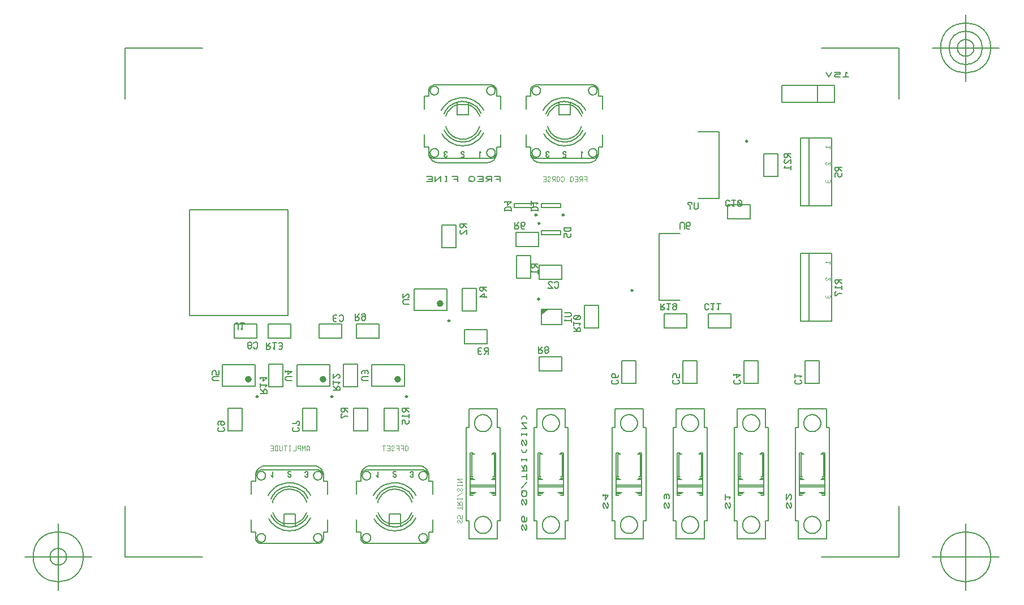
<source format=gbr>
G04 Generated by Ultiboard 14.2 *
%FSLAX24Y24*%
%MOIN*%

%ADD10C,0.0001*%
%ADD11C,0.0046*%
%ADD12C,0.0080*%
%ADD13C,0.0061*%
%ADD14C,0.0079*%
%ADD15C,0.0197*%
%ADD16C,0.0098*%
%ADD17C,0.0044*%
%ADD18C,0.0050*%
%ADD19C,0.01969*%


G04 ColorRGB FFFF00 for the following layer *
%LNSilkscreen Top*%
%LPD*%
G54D10*
G54D11*
X-43468Y1896D02*
X-43527Y1956D01*
X-43527Y2015D01*
X-43468Y2074D01*
X-43289Y1896D01*
X-43230Y1956D01*
X-43230Y2015D01*
X-43289Y2074D01*
X-43230Y2341D02*
X-43230Y2163D01*
X-43349Y2163D01*
X-43349Y2282D01*
X-43408Y2341D01*
X-43468Y2341D01*
X-43527Y2282D01*
X-43527Y2163D01*
X-43527Y2785D02*
X-43230Y2785D01*
X-43230Y2696D02*
X-43230Y2874D01*
X-43527Y2963D02*
X-43230Y2963D01*
X-43230Y3081D01*
X-43289Y3141D01*
X-43319Y3141D01*
X-43379Y3081D01*
X-43379Y2963D01*
X-43379Y2993D02*
X-43527Y3141D01*
X-43527Y3289D02*
X-43527Y3348D01*
X-43230Y3289D02*
X-43230Y3348D01*
X-43527Y3319D02*
X-43230Y3319D01*
X-43230Y3674D02*
X-43527Y3496D01*
X-43468Y3763D02*
X-43527Y3822D01*
X-43527Y3881D01*
X-43468Y3941D01*
X-43289Y3763D01*
X-43230Y3822D01*
X-43230Y3881D01*
X-43289Y3941D01*
X-43527Y4089D02*
X-43527Y4148D01*
X-43230Y4089D02*
X-43230Y4148D01*
X-43527Y4118D02*
X-43230Y4118D01*
X-43527Y4296D02*
X-43230Y4296D01*
X-43527Y4474D01*
X-43230Y4474D01*
X-35896Y22014D02*
X-35896Y22312D01*
X-36074Y22312D01*
X-35896Y22163D02*
X-36015Y22163D01*
X-36163Y22014D02*
X-36163Y22312D01*
X-36282Y22312D01*
X-36341Y22252D01*
X-36341Y22223D01*
X-36282Y22163D01*
X-36163Y22163D01*
X-36193Y22163D02*
X-36341Y22014D01*
X-36607Y22014D02*
X-36430Y22014D01*
X-36430Y22163D01*
X-36430Y22312D01*
X-36607Y22312D01*
X-36430Y22163D02*
X-36548Y22163D01*
X-36696Y22074D02*
X-36756Y22014D01*
X-36815Y22014D01*
X-36874Y22074D01*
X-36874Y22252D01*
X-36815Y22312D01*
X-36756Y22312D01*
X-36696Y22252D01*
X-36696Y22074D01*
X-36815Y22074D02*
X-36874Y22014D01*
X-37407Y22074D02*
X-37348Y22014D01*
X-37289Y22014D01*
X-37230Y22074D01*
X-37230Y22252D01*
X-37289Y22312D01*
X-37348Y22312D01*
X-37407Y22252D01*
X-37496Y22074D02*
X-37556Y22014D01*
X-37615Y22014D01*
X-37674Y22074D01*
X-37674Y22252D01*
X-37615Y22312D01*
X-37556Y22312D01*
X-37496Y22252D01*
X-37496Y22074D01*
X-37763Y22014D02*
X-37763Y22312D01*
X-37881Y22312D01*
X-37941Y22252D01*
X-37941Y22223D01*
X-37881Y22163D01*
X-37763Y22163D01*
X-37793Y22163D02*
X-37941Y22014D01*
X-38030Y22074D02*
X-38089Y22014D01*
X-38148Y22014D01*
X-38207Y22074D01*
X-38030Y22252D01*
X-38089Y22312D01*
X-38148Y22312D01*
X-38207Y22252D01*
X-38474Y22014D02*
X-38296Y22014D01*
X-38296Y22163D01*
X-38296Y22312D01*
X-38474Y22312D01*
X-38296Y22163D02*
X-38415Y22163D01*
X-52230Y6148D02*
X-52230Y6326D01*
X-52289Y6445D01*
X-52348Y6445D01*
X-52407Y6326D01*
X-52407Y6148D01*
X-52230Y6237D02*
X-52407Y6237D01*
X-52496Y6148D02*
X-52496Y6445D01*
X-52585Y6296D01*
X-52674Y6445D01*
X-52674Y6148D01*
X-52763Y6148D02*
X-52763Y6445D01*
X-52881Y6445D01*
X-52941Y6386D01*
X-52941Y6356D01*
X-52881Y6296D01*
X-52763Y6296D01*
X-53030Y6445D02*
X-53030Y6148D01*
X-53207Y6148D01*
X-53356Y6148D02*
X-53415Y6148D01*
X-53356Y6445D02*
X-53415Y6445D01*
X-53385Y6148D02*
X-53385Y6445D01*
X-53652Y6148D02*
X-53652Y6445D01*
X-53563Y6445D02*
X-53741Y6445D01*
X-53830Y6445D02*
X-53830Y6207D01*
X-53889Y6148D01*
X-53948Y6148D01*
X-54007Y6207D01*
X-54007Y6445D01*
X-54096Y6148D02*
X-54215Y6148D01*
X-54274Y6207D01*
X-54274Y6386D01*
X-54215Y6445D01*
X-54096Y6445D01*
X-54126Y6445D02*
X-54126Y6148D01*
X-54541Y6148D02*
X-54363Y6148D01*
X-54363Y6296D01*
X-54363Y6445D01*
X-54541Y6445D01*
X-54363Y6296D02*
X-54481Y6296D01*
X-46430Y6207D02*
X-46489Y6148D01*
X-46548Y6148D01*
X-46607Y6207D01*
X-46607Y6386D01*
X-46548Y6445D01*
X-46489Y6445D01*
X-46430Y6386D01*
X-46430Y6207D01*
X-46696Y6148D02*
X-46696Y6445D01*
X-46874Y6445D01*
X-46696Y6296D02*
X-46815Y6296D01*
X-46963Y6148D02*
X-46963Y6445D01*
X-47141Y6445D01*
X-46963Y6296D02*
X-47081Y6296D01*
X-47230Y6207D02*
X-47289Y6148D01*
X-47348Y6148D01*
X-47407Y6207D01*
X-47230Y6386D01*
X-47289Y6445D01*
X-47348Y6445D01*
X-47407Y6386D01*
X-47674Y6148D02*
X-47496Y6148D01*
X-47496Y6296D01*
X-47496Y6445D01*
X-47674Y6445D01*
X-47496Y6296D02*
X-47615Y6296D01*
X-47852Y6148D02*
X-47852Y6445D01*
X-47763Y6445D02*
X-47941Y6445D01*
G54D12*
X-42000Y8275D02*
X-41956Y8273D01*
X-41913Y8267D01*
X-41871Y8258D01*
X-41829Y8245D01*
X-41789Y8228D01*
X-41750Y8208D01*
X-41713Y8185D01*
X-41679Y8158D01*
X-41646Y8129D01*
X-41617Y8096D01*
X-41590Y8062D01*
X-41567Y8025D01*
X-41547Y7986D01*
X-41530Y7946D01*
X-41517Y7904D01*
X-41508Y7862D01*
X-41502Y7819D01*
X-41500Y7775D01*
X-41502Y7731D01*
X-41508Y7688D01*
X-41517Y7646D01*
X-41530Y7604D01*
X-41547Y7564D01*
X-41567Y7525D01*
X-41590Y7488D01*
X-41617Y7454D01*
X-41646Y7421D01*
X-41679Y7392D01*
X-41713Y7365D01*
X-41750Y7342D01*
X-41789Y7322D01*
X-41829Y7305D01*
X-41871Y7292D01*
X-41913Y7283D01*
X-41956Y7277D01*
X-42000Y7275D01*
X-42044Y7277D01*
X-42087Y7283D01*
X-42129Y7292D01*
X-42171Y7305D01*
X-42211Y7322D01*
X-42250Y7342D01*
X-42287Y7365D01*
X-42321Y7392D01*
X-42354Y7421D01*
X-42383Y7454D01*
X-42410Y7488D01*
X-42433Y7525D01*
X-42453Y7564D01*
X-42470Y7604D01*
X-42483Y7646D01*
X-42492Y7688D01*
X-42498Y7731D01*
X-42500Y7775D01*
X-42498Y7819D01*
X-42492Y7862D01*
X-42483Y7904D01*
X-42470Y7946D01*
X-42453Y7986D01*
X-42433Y8025D01*
X-42410Y8062D01*
X-42383Y8096D01*
X-42354Y8129D01*
X-42321Y8158D01*
X-42287Y8185D01*
X-42250Y8208D01*
X-42211Y8228D01*
X-42171Y8245D01*
X-42129Y8258D01*
X-42087Y8267D01*
X-42044Y8273D01*
X-42000Y8275D01*
X-42833Y7525D02*
X-42833Y8608D01*
X-41167Y7525D02*
X-41167Y8608D01*
X-42833Y942D02*
X-41167Y942D01*
X-41250Y4108D02*
X-42750Y4108D01*
X-42750Y4025D02*
X-41250Y4025D01*
X-42000Y2275D02*
X-41956Y2273D01*
X-41913Y2267D01*
X-41871Y2258D01*
X-41829Y2245D01*
X-41789Y2228D01*
X-41750Y2208D01*
X-41713Y2185D01*
X-41679Y2158D01*
X-41646Y2129D01*
X-41617Y2096D01*
X-41590Y2062D01*
X-41567Y2025D01*
X-41547Y1986D01*
X-41530Y1946D01*
X-41517Y1904D01*
X-41508Y1862D01*
X-41502Y1819D01*
X-41500Y1775D01*
X-41502Y1731D01*
X-41508Y1688D01*
X-41517Y1646D01*
X-41530Y1604D01*
X-41547Y1564D01*
X-41567Y1525D01*
X-41590Y1488D01*
X-41617Y1454D01*
X-41646Y1421D01*
X-41679Y1392D01*
X-41713Y1365D01*
X-41750Y1342D01*
X-41789Y1322D01*
X-41829Y1305D01*
X-41871Y1292D01*
X-41913Y1283D01*
X-41956Y1277D01*
X-42000Y1275D01*
X-42044Y1277D01*
X-42087Y1283D01*
X-42129Y1292D01*
X-42171Y1305D01*
X-42211Y1322D01*
X-42250Y1342D01*
X-42287Y1365D01*
X-42321Y1392D01*
X-42354Y1421D01*
X-42383Y1454D01*
X-42410Y1488D01*
X-42433Y1525D01*
X-42453Y1564D01*
X-42470Y1604D01*
X-42483Y1646D01*
X-42492Y1688D01*
X-42498Y1731D01*
X-42500Y1775D01*
X-42498Y1819D01*
X-42492Y1862D01*
X-42483Y1904D01*
X-42470Y1946D01*
X-42453Y1986D01*
X-42433Y2025D01*
X-42410Y2062D01*
X-42383Y2096D01*
X-42354Y2129D01*
X-42321Y2158D01*
X-42287Y2185D01*
X-42250Y2208D01*
X-42211Y2228D01*
X-42171Y2245D01*
X-42129Y2258D01*
X-42087Y2267D01*
X-42044Y2273D01*
X-42000Y2275D01*
X-42833Y942D02*
X-42833Y2025D01*
X-43000Y2025D02*
X-43000Y7525D01*
X-42750Y3525D02*
X-42750Y6025D01*
X-42667Y5942D02*
X-42667Y4608D01*
X-42833Y2025D02*
X-43000Y2025D01*
X-42750Y4525D02*
X-42583Y4525D01*
X-42750Y4442D02*
X-42500Y4442D01*
X-42583Y3525D02*
X-42750Y3525D01*
X-42750Y3692D02*
X-42417Y3692D01*
X-42750Y3608D02*
X-42500Y3608D01*
X-42750Y4608D02*
X-42583Y4608D01*
X-42750Y6025D02*
X-42583Y6025D01*
X-42500Y5942D02*
X-42667Y5942D01*
X-43000Y7525D02*
X-42833Y7525D01*
X-41167Y2025D02*
X-41167Y942D01*
X-41000Y2025D02*
X-41000Y7525D01*
X-41250Y6025D02*
X-41250Y3525D01*
X-41333Y4608D02*
X-41333Y5942D01*
X-41000Y2025D02*
X-41167Y2025D01*
X-41250Y4525D02*
X-41417Y4525D01*
X-41250Y4442D02*
X-41500Y4442D01*
X-41250Y3525D02*
X-41417Y3525D01*
X-41250Y3692D02*
X-41583Y3692D01*
X-41500Y3608D02*
X-41250Y3608D01*
X-41250Y4608D02*
X-41417Y4608D01*
X-41417Y6025D02*
X-41250Y6025D01*
X-41333Y5942D02*
X-41500Y5942D01*
X-41000Y7525D02*
X-41167Y7525D01*
X-41167Y8608D02*
X-42833Y8608D01*
X-39668Y1456D02*
X-39727Y1567D01*
X-39727Y1678D01*
X-39668Y1789D01*
X-39489Y1456D01*
X-39430Y1567D01*
X-39430Y1678D01*
X-39489Y1789D01*
X-39430Y2233D02*
X-39430Y2067D01*
X-39489Y1956D01*
X-39608Y1956D01*
X-39668Y1956D01*
X-39727Y2067D01*
X-39727Y2178D01*
X-39668Y2289D01*
X-39608Y2289D01*
X-39549Y2178D01*
X-39549Y2067D01*
X-39608Y1956D01*
X-39668Y2956D02*
X-39727Y3067D01*
X-39727Y3178D01*
X-39668Y3289D01*
X-39489Y2956D01*
X-39430Y3067D01*
X-39430Y3178D01*
X-39489Y3289D01*
X-39668Y3456D02*
X-39727Y3567D01*
X-39727Y3678D01*
X-39668Y3789D01*
X-39489Y3789D01*
X-39430Y3678D01*
X-39430Y3567D01*
X-39489Y3456D01*
X-39668Y3456D01*
X-39668Y3678D02*
X-39727Y3789D01*
X-39430Y4289D02*
X-39727Y3956D01*
X-39727Y4622D02*
X-39430Y4622D01*
X-39430Y4456D02*
X-39430Y4789D01*
X-39727Y4956D02*
X-39430Y4956D01*
X-39430Y5178D01*
X-39489Y5289D01*
X-39519Y5289D01*
X-39579Y5178D01*
X-39579Y4956D01*
X-39579Y5011D02*
X-39727Y5289D01*
X-39727Y5567D02*
X-39727Y5678D01*
X-39430Y5567D02*
X-39430Y5678D01*
X-39727Y5622D02*
X-39430Y5622D01*
X-39727Y6233D02*
X-39727Y6178D01*
X-39668Y6067D01*
X-39489Y6067D01*
X-39430Y6178D01*
X-39430Y6233D01*
X-39668Y6456D02*
X-39727Y6567D01*
X-39727Y6678D01*
X-39668Y6789D01*
X-39489Y6456D01*
X-39430Y6567D01*
X-39430Y6678D01*
X-39489Y6789D01*
X-39727Y7067D02*
X-39727Y7178D01*
X-39430Y7067D02*
X-39430Y7178D01*
X-39727Y7122D02*
X-39430Y7122D01*
X-39727Y7456D02*
X-39430Y7456D01*
X-39727Y7789D01*
X-39430Y7789D01*
X-39430Y8011D02*
X-39430Y8067D01*
X-39489Y8178D01*
X-39668Y8178D01*
X-39727Y8067D01*
X-39727Y8011D01*
X-38000Y8275D02*
X-37956Y8273D01*
X-37913Y8267D01*
X-37871Y8258D01*
X-37829Y8245D01*
X-37789Y8228D01*
X-37750Y8208D01*
X-37713Y8185D01*
X-37679Y8158D01*
X-37646Y8129D01*
X-37617Y8096D01*
X-37590Y8062D01*
X-37567Y8025D01*
X-37547Y7986D01*
X-37530Y7946D01*
X-37517Y7904D01*
X-37508Y7862D01*
X-37502Y7819D01*
X-37500Y7775D01*
X-37502Y7731D01*
X-37508Y7688D01*
X-37517Y7646D01*
X-37530Y7604D01*
X-37547Y7564D01*
X-37567Y7525D01*
X-37590Y7488D01*
X-37617Y7454D01*
X-37646Y7421D01*
X-37679Y7392D01*
X-37713Y7365D01*
X-37750Y7342D01*
X-37789Y7322D01*
X-37829Y7305D01*
X-37871Y7292D01*
X-37913Y7283D01*
X-37956Y7277D01*
X-38000Y7275D01*
X-38044Y7277D01*
X-38087Y7283D01*
X-38129Y7292D01*
X-38171Y7305D01*
X-38211Y7322D01*
X-38250Y7342D01*
X-38287Y7365D01*
X-38321Y7392D01*
X-38354Y7421D01*
X-38383Y7454D01*
X-38410Y7488D01*
X-38433Y7525D01*
X-38453Y7564D01*
X-38470Y7604D01*
X-38483Y7646D01*
X-38492Y7688D01*
X-38498Y7731D01*
X-38500Y7775D01*
X-38498Y7819D01*
X-38492Y7862D01*
X-38483Y7904D01*
X-38470Y7946D01*
X-38453Y7986D01*
X-38433Y8025D01*
X-38410Y8062D01*
X-38383Y8096D01*
X-38354Y8129D01*
X-38321Y8158D01*
X-38287Y8185D01*
X-38250Y8208D01*
X-38211Y8228D01*
X-38171Y8245D01*
X-38129Y8258D01*
X-38087Y8267D01*
X-38044Y8273D01*
X-38000Y8275D01*
X-38833Y7525D02*
X-38833Y8608D01*
X-37167Y7525D02*
X-37167Y8608D01*
X-38833Y942D02*
X-37167Y942D01*
X-37250Y4108D02*
X-38750Y4108D01*
X-38750Y4025D02*
X-37250Y4025D01*
X-38000Y2275D02*
X-37956Y2273D01*
X-37913Y2267D01*
X-37871Y2258D01*
X-37829Y2245D01*
X-37789Y2228D01*
X-37750Y2208D01*
X-37713Y2185D01*
X-37679Y2158D01*
X-37646Y2129D01*
X-37617Y2096D01*
X-37590Y2062D01*
X-37567Y2025D01*
X-37547Y1986D01*
X-37530Y1946D01*
X-37517Y1904D01*
X-37508Y1862D01*
X-37502Y1819D01*
X-37500Y1775D01*
X-37502Y1731D01*
X-37508Y1688D01*
X-37517Y1646D01*
X-37530Y1604D01*
X-37547Y1564D01*
X-37567Y1525D01*
X-37590Y1488D01*
X-37617Y1454D01*
X-37646Y1421D01*
X-37679Y1392D01*
X-37713Y1365D01*
X-37750Y1342D01*
X-37789Y1322D01*
X-37829Y1305D01*
X-37871Y1292D01*
X-37913Y1283D01*
X-37956Y1277D01*
X-38000Y1275D01*
X-38044Y1277D01*
X-38087Y1283D01*
X-38129Y1292D01*
X-38171Y1305D01*
X-38211Y1322D01*
X-38250Y1342D01*
X-38287Y1365D01*
X-38321Y1392D01*
X-38354Y1421D01*
X-38383Y1454D01*
X-38410Y1488D01*
X-38433Y1525D01*
X-38453Y1564D01*
X-38470Y1604D01*
X-38483Y1646D01*
X-38492Y1688D01*
X-38498Y1731D01*
X-38500Y1775D01*
X-38498Y1819D01*
X-38492Y1862D01*
X-38483Y1904D01*
X-38470Y1946D01*
X-38453Y1986D01*
X-38433Y2025D01*
X-38410Y2062D01*
X-38383Y2096D01*
X-38354Y2129D01*
X-38321Y2158D01*
X-38287Y2185D01*
X-38250Y2208D01*
X-38211Y2228D01*
X-38171Y2245D01*
X-38129Y2258D01*
X-38087Y2267D01*
X-38044Y2273D01*
X-38000Y2275D01*
X-38833Y942D02*
X-38833Y2025D01*
X-39000Y2025D02*
X-39000Y7525D01*
X-38750Y3525D02*
X-38750Y6025D01*
X-38667Y5942D02*
X-38667Y4608D01*
X-38833Y2025D02*
X-39000Y2025D01*
X-38750Y4525D02*
X-38583Y4525D01*
X-38750Y4442D02*
X-38500Y4442D01*
X-38583Y3525D02*
X-38750Y3525D01*
X-38750Y3692D02*
X-38417Y3692D01*
X-38750Y3608D02*
X-38500Y3608D01*
X-38750Y4608D02*
X-38583Y4608D01*
X-38750Y6025D02*
X-38583Y6025D01*
X-38500Y5942D02*
X-38667Y5942D01*
X-39000Y7525D02*
X-38833Y7525D01*
X-37167Y2025D02*
X-37167Y942D01*
X-37000Y2025D02*
X-37000Y7525D01*
X-37250Y6025D02*
X-37250Y3525D01*
X-37333Y4608D02*
X-37333Y5942D01*
X-37000Y2025D02*
X-37167Y2025D01*
X-37250Y4525D02*
X-37417Y4525D01*
X-37250Y4442D02*
X-37500Y4442D01*
X-37250Y3525D02*
X-37417Y3525D01*
X-37250Y3692D02*
X-37583Y3692D01*
X-37500Y3608D02*
X-37250Y3608D01*
X-37250Y4608D02*
X-37417Y4608D01*
X-37417Y6025D02*
X-37250Y6025D01*
X-37333Y5942D02*
X-37500Y5942D01*
X-37000Y7525D02*
X-37167Y7525D01*
X-37167Y8608D02*
X-38833Y8608D01*
X-34868Y2756D02*
X-34927Y2867D01*
X-34927Y2978D01*
X-34868Y3089D01*
X-34689Y2756D01*
X-34630Y2867D01*
X-34630Y2978D01*
X-34689Y3089D01*
X-34808Y3589D02*
X-34808Y3256D01*
X-34630Y3533D01*
X-34927Y3533D01*
X-34927Y3478D02*
X-34927Y3589D01*
X-33400Y8275D02*
X-33356Y8273D01*
X-33313Y8267D01*
X-33271Y8258D01*
X-33229Y8245D01*
X-33189Y8228D01*
X-33150Y8208D01*
X-33113Y8185D01*
X-33079Y8158D01*
X-33046Y8129D01*
X-33017Y8096D01*
X-32990Y8062D01*
X-32967Y8025D01*
X-32947Y7986D01*
X-32930Y7946D01*
X-32917Y7904D01*
X-32908Y7862D01*
X-32902Y7819D01*
X-32900Y7775D01*
X-32902Y7731D01*
X-32908Y7688D01*
X-32917Y7646D01*
X-32930Y7604D01*
X-32947Y7564D01*
X-32967Y7525D01*
X-32990Y7488D01*
X-33017Y7454D01*
X-33046Y7421D01*
X-33079Y7392D01*
X-33113Y7365D01*
X-33150Y7342D01*
X-33189Y7322D01*
X-33229Y7305D01*
X-33271Y7292D01*
X-33313Y7283D01*
X-33356Y7277D01*
X-33400Y7275D01*
X-33444Y7277D01*
X-33487Y7283D01*
X-33529Y7292D01*
X-33571Y7305D01*
X-33611Y7322D01*
X-33650Y7342D01*
X-33687Y7365D01*
X-33721Y7392D01*
X-33754Y7421D01*
X-33783Y7454D01*
X-33810Y7488D01*
X-33833Y7525D01*
X-33853Y7564D01*
X-33870Y7604D01*
X-33883Y7646D01*
X-33892Y7688D01*
X-33898Y7731D01*
X-33900Y7775D01*
X-33898Y7819D01*
X-33892Y7862D01*
X-33883Y7904D01*
X-33870Y7946D01*
X-33853Y7986D01*
X-33833Y8025D01*
X-33810Y8062D01*
X-33783Y8096D01*
X-33754Y8129D01*
X-33721Y8158D01*
X-33687Y8185D01*
X-33650Y8208D01*
X-33611Y8228D01*
X-33571Y8245D01*
X-33529Y8258D01*
X-33487Y8267D01*
X-33444Y8273D01*
X-33400Y8275D01*
X-34233Y7525D02*
X-34233Y8608D01*
X-32567Y7525D02*
X-32567Y8608D01*
X-34233Y942D02*
X-32567Y942D01*
X-32650Y4108D02*
X-34150Y4108D01*
X-34150Y4025D02*
X-32650Y4025D01*
X-33400Y2275D02*
X-33356Y2273D01*
X-33313Y2267D01*
X-33271Y2258D01*
X-33229Y2245D01*
X-33189Y2228D01*
X-33150Y2208D01*
X-33113Y2185D01*
X-33079Y2158D01*
X-33046Y2129D01*
X-33017Y2096D01*
X-32990Y2062D01*
X-32967Y2025D01*
X-32947Y1986D01*
X-32930Y1946D01*
X-32917Y1904D01*
X-32908Y1862D01*
X-32902Y1819D01*
X-32900Y1775D01*
X-32902Y1731D01*
X-32908Y1688D01*
X-32917Y1646D01*
X-32930Y1604D01*
X-32947Y1564D01*
X-32967Y1525D01*
X-32990Y1488D01*
X-33017Y1454D01*
X-33046Y1421D01*
X-33079Y1392D01*
X-33113Y1365D01*
X-33150Y1342D01*
X-33189Y1322D01*
X-33229Y1305D01*
X-33271Y1292D01*
X-33313Y1283D01*
X-33356Y1277D01*
X-33400Y1275D01*
X-33444Y1277D01*
X-33487Y1283D01*
X-33529Y1292D01*
X-33571Y1305D01*
X-33611Y1322D01*
X-33650Y1342D01*
X-33687Y1365D01*
X-33721Y1392D01*
X-33754Y1421D01*
X-33783Y1454D01*
X-33810Y1488D01*
X-33833Y1525D01*
X-33853Y1564D01*
X-33870Y1604D01*
X-33883Y1646D01*
X-33892Y1688D01*
X-33898Y1731D01*
X-33900Y1775D01*
X-33898Y1819D01*
X-33892Y1862D01*
X-33883Y1904D01*
X-33870Y1946D01*
X-33853Y1986D01*
X-33833Y2025D01*
X-33810Y2062D01*
X-33783Y2096D01*
X-33754Y2129D01*
X-33721Y2158D01*
X-33687Y2185D01*
X-33650Y2208D01*
X-33611Y2228D01*
X-33571Y2245D01*
X-33529Y2258D01*
X-33487Y2267D01*
X-33444Y2273D01*
X-33400Y2275D01*
X-34233Y942D02*
X-34233Y2025D01*
X-34400Y2025D02*
X-34400Y7525D01*
X-34150Y3525D02*
X-34150Y6025D01*
X-34067Y5942D02*
X-34067Y4608D01*
X-34233Y2025D02*
X-34400Y2025D01*
X-34150Y4525D02*
X-33983Y4525D01*
X-34150Y4442D02*
X-33900Y4442D01*
X-33983Y3525D02*
X-34150Y3525D01*
X-34150Y3692D02*
X-33817Y3692D01*
X-34150Y3608D02*
X-33900Y3608D01*
X-34150Y4608D02*
X-33983Y4608D01*
X-34150Y6025D02*
X-33983Y6025D01*
X-33900Y5942D02*
X-34067Y5942D01*
X-34400Y7525D02*
X-34233Y7525D01*
X-32567Y2025D02*
X-32567Y942D01*
X-32400Y2025D02*
X-32400Y7525D01*
X-32650Y6025D02*
X-32650Y3525D01*
X-32733Y4608D02*
X-32733Y5942D01*
X-32400Y2025D02*
X-32567Y2025D01*
X-32650Y4525D02*
X-32817Y4525D01*
X-32650Y4442D02*
X-32900Y4442D01*
X-32650Y3525D02*
X-32817Y3525D01*
X-32650Y3692D02*
X-32983Y3692D01*
X-32900Y3608D02*
X-32650Y3608D01*
X-32650Y4608D02*
X-32817Y4608D01*
X-32817Y6025D02*
X-32650Y6025D01*
X-32733Y5942D02*
X-32900Y5942D01*
X-32400Y7525D02*
X-32567Y7525D01*
X-32567Y8608D02*
X-34233Y8608D01*
X-55523Y12246D02*
X-55445Y12167D01*
X-55366Y12167D01*
X-55288Y12246D01*
X-55288Y12482D01*
X-55366Y12561D01*
X-55445Y12561D01*
X-55523Y12482D01*
X-55797Y12167D02*
X-55719Y12167D01*
X-55641Y12246D01*
X-55641Y12324D01*
X-55680Y12364D01*
X-55641Y12403D01*
X-55641Y12482D01*
X-55719Y12561D01*
X-55797Y12561D01*
X-55876Y12482D01*
X-55876Y12403D01*
X-55837Y12364D01*
X-55876Y12324D01*
X-55876Y12246D01*
X-55797Y12167D01*
X-55680Y12364D02*
X-55837Y12364D01*
X-56667Y12783D02*
X-55333Y12783D01*
X-55333Y13617D02*
X-56667Y13617D01*
X-55333Y12783D02*
X-55333Y13617D01*
X-56667Y13617D02*
X-56667Y12783D01*
X-57554Y7523D02*
X-57633Y7445D01*
X-57633Y7366D01*
X-57554Y7288D01*
X-57318Y7288D01*
X-57239Y7366D01*
X-57239Y7445D01*
X-57318Y7523D01*
X-57554Y7641D02*
X-57633Y7719D01*
X-57633Y7797D01*
X-57554Y7876D01*
X-57397Y7876D01*
X-57318Y7876D01*
X-57239Y7797D01*
X-57239Y7719D01*
X-57318Y7641D01*
X-57397Y7641D01*
X-57476Y7719D01*
X-57476Y7797D01*
X-57397Y7876D01*
X-57017Y8667D02*
X-57017Y7333D01*
X-56183Y7333D02*
X-56183Y8667D01*
X-57017Y7333D02*
X-56183Y7333D01*
X-56183Y8667D02*
X-57017Y8667D01*
X-34354Y10323D02*
X-34433Y10245D01*
X-34433Y10166D01*
X-34354Y10088D01*
X-34118Y10088D01*
X-34039Y10166D01*
X-34039Y10245D01*
X-34118Y10323D01*
X-34039Y10637D02*
X-34039Y10519D01*
X-34118Y10441D01*
X-34276Y10441D01*
X-34354Y10441D01*
X-34433Y10519D01*
X-34433Y10597D01*
X-34354Y10676D01*
X-34276Y10676D01*
X-34197Y10597D01*
X-34197Y10519D01*
X-34276Y10441D01*
X-33817Y11467D02*
X-33817Y10133D01*
X-32983Y10133D02*
X-32983Y11467D01*
X-33817Y10133D02*
X-32983Y10133D01*
X-32983Y11467D02*
X-33817Y11467D01*
X-24068Y2756D02*
X-24127Y2867D01*
X-24127Y2978D01*
X-24068Y3089D01*
X-23889Y2756D01*
X-23830Y2867D01*
X-23830Y2978D01*
X-23889Y3089D01*
X-23889Y3256D02*
X-23830Y3367D01*
X-23830Y3478D01*
X-23889Y3589D01*
X-23919Y3589D01*
X-24127Y3256D01*
X-24127Y3589D01*
X-24098Y3589D01*
X-22600Y8275D02*
X-22556Y8273D01*
X-22513Y8267D01*
X-22471Y8258D01*
X-22429Y8245D01*
X-22389Y8228D01*
X-22350Y8208D01*
X-22313Y8185D01*
X-22279Y8158D01*
X-22246Y8129D01*
X-22217Y8096D01*
X-22190Y8062D01*
X-22167Y8025D01*
X-22147Y7986D01*
X-22130Y7946D01*
X-22117Y7904D01*
X-22108Y7862D01*
X-22102Y7819D01*
X-22100Y7775D01*
X-22102Y7731D01*
X-22108Y7688D01*
X-22117Y7646D01*
X-22130Y7604D01*
X-22147Y7564D01*
X-22167Y7525D01*
X-22190Y7488D01*
X-22217Y7454D01*
X-22246Y7421D01*
X-22279Y7392D01*
X-22313Y7365D01*
X-22350Y7342D01*
X-22389Y7322D01*
X-22429Y7305D01*
X-22471Y7292D01*
X-22513Y7283D01*
X-22556Y7277D01*
X-22600Y7275D01*
X-22644Y7277D01*
X-22687Y7283D01*
X-22729Y7292D01*
X-22771Y7305D01*
X-22811Y7322D01*
X-22850Y7342D01*
X-22887Y7365D01*
X-22921Y7392D01*
X-22954Y7421D01*
X-22983Y7454D01*
X-23010Y7488D01*
X-23033Y7525D01*
X-23053Y7564D01*
X-23070Y7604D01*
X-23083Y7646D01*
X-23092Y7688D01*
X-23098Y7731D01*
X-23100Y7775D01*
X-23098Y7819D01*
X-23092Y7862D01*
X-23083Y7904D01*
X-23070Y7946D01*
X-23053Y7986D01*
X-23033Y8025D01*
X-23010Y8062D01*
X-22983Y8096D01*
X-22954Y8129D01*
X-22921Y8158D01*
X-22887Y8185D01*
X-22850Y8208D01*
X-22811Y8228D01*
X-22771Y8245D01*
X-22729Y8258D01*
X-22687Y8267D01*
X-22644Y8273D01*
X-22600Y8275D01*
X-23433Y7525D02*
X-23433Y8608D01*
X-21767Y7525D02*
X-21767Y8608D01*
X-23433Y942D02*
X-21767Y942D01*
X-21850Y4108D02*
X-23350Y4108D01*
X-23350Y4025D02*
X-21850Y4025D01*
X-22600Y2275D02*
X-22556Y2273D01*
X-22513Y2267D01*
X-22471Y2258D01*
X-22429Y2245D01*
X-22389Y2228D01*
X-22350Y2208D01*
X-22313Y2185D01*
X-22279Y2158D01*
X-22246Y2129D01*
X-22217Y2096D01*
X-22190Y2062D01*
X-22167Y2025D01*
X-22147Y1986D01*
X-22130Y1946D01*
X-22117Y1904D01*
X-22108Y1862D01*
X-22102Y1819D01*
X-22100Y1775D01*
X-22102Y1731D01*
X-22108Y1688D01*
X-22117Y1646D01*
X-22130Y1604D01*
X-22147Y1564D01*
X-22167Y1525D01*
X-22190Y1488D01*
X-22217Y1454D01*
X-22246Y1421D01*
X-22279Y1392D01*
X-22313Y1365D01*
X-22350Y1342D01*
X-22389Y1322D01*
X-22429Y1305D01*
X-22471Y1292D01*
X-22513Y1283D01*
X-22556Y1277D01*
X-22600Y1275D01*
X-22644Y1277D01*
X-22687Y1283D01*
X-22729Y1292D01*
X-22771Y1305D01*
X-22811Y1322D01*
X-22850Y1342D01*
X-22887Y1365D01*
X-22921Y1392D01*
X-22954Y1421D01*
X-22983Y1454D01*
X-23010Y1488D01*
X-23033Y1525D01*
X-23053Y1564D01*
X-23070Y1604D01*
X-23083Y1646D01*
X-23092Y1688D01*
X-23098Y1731D01*
X-23100Y1775D01*
X-23098Y1819D01*
X-23092Y1862D01*
X-23083Y1904D01*
X-23070Y1946D01*
X-23053Y1986D01*
X-23033Y2025D01*
X-23010Y2062D01*
X-22983Y2096D01*
X-22954Y2129D01*
X-22921Y2158D01*
X-22887Y2185D01*
X-22850Y2208D01*
X-22811Y2228D01*
X-22771Y2245D01*
X-22729Y2258D01*
X-22687Y2267D01*
X-22644Y2273D01*
X-22600Y2275D01*
X-23433Y942D02*
X-23433Y2025D01*
X-23600Y2025D02*
X-23600Y7525D01*
X-23350Y3525D02*
X-23350Y6025D01*
X-23267Y5942D02*
X-23267Y4608D01*
X-23433Y2025D02*
X-23600Y2025D01*
X-23350Y4525D02*
X-23183Y4525D01*
X-23350Y4442D02*
X-23100Y4442D01*
X-23183Y3525D02*
X-23350Y3525D01*
X-23350Y3692D02*
X-23017Y3692D01*
X-23350Y3608D02*
X-23100Y3608D01*
X-23350Y4608D02*
X-23183Y4608D01*
X-23350Y6025D02*
X-23183Y6025D01*
X-23100Y5942D02*
X-23267Y5942D01*
X-23600Y7525D02*
X-23433Y7525D01*
X-21767Y2025D02*
X-21767Y942D01*
X-21600Y2025D02*
X-21600Y7525D01*
X-21850Y6025D02*
X-21850Y3525D01*
X-21933Y4608D02*
X-21933Y5942D01*
X-21600Y2025D02*
X-21767Y2025D01*
X-21850Y4525D02*
X-22017Y4525D01*
X-21850Y4442D02*
X-22100Y4442D01*
X-21850Y3525D02*
X-22017Y3525D01*
X-21850Y3692D02*
X-22183Y3692D01*
X-22100Y3608D02*
X-21850Y3608D01*
X-21850Y4608D02*
X-22017Y4608D01*
X-22017Y6025D02*
X-21850Y6025D01*
X-21933Y5942D02*
X-22100Y5942D01*
X-21600Y7525D02*
X-21767Y7525D01*
X-21767Y8608D02*
X-23433Y8608D01*
X-27668Y2756D02*
X-27727Y2867D01*
X-27727Y2978D01*
X-27668Y3089D01*
X-27489Y2756D01*
X-27430Y2867D01*
X-27430Y2978D01*
X-27489Y3089D01*
X-27489Y3311D02*
X-27430Y3422D01*
X-27727Y3422D01*
X-27727Y3256D02*
X-27727Y3589D01*
X-26200Y8275D02*
X-26156Y8273D01*
X-26113Y8267D01*
X-26071Y8258D01*
X-26029Y8245D01*
X-25989Y8228D01*
X-25950Y8208D01*
X-25913Y8185D01*
X-25879Y8158D01*
X-25846Y8129D01*
X-25817Y8096D01*
X-25790Y8062D01*
X-25767Y8025D01*
X-25747Y7986D01*
X-25730Y7946D01*
X-25717Y7904D01*
X-25708Y7862D01*
X-25702Y7819D01*
X-25700Y7775D01*
X-25702Y7731D01*
X-25708Y7688D01*
X-25717Y7646D01*
X-25730Y7604D01*
X-25747Y7564D01*
X-25767Y7525D01*
X-25790Y7488D01*
X-25817Y7454D01*
X-25846Y7421D01*
X-25879Y7392D01*
X-25913Y7365D01*
X-25950Y7342D01*
X-25989Y7322D01*
X-26029Y7305D01*
X-26071Y7292D01*
X-26113Y7283D01*
X-26156Y7277D01*
X-26200Y7275D01*
X-26244Y7277D01*
X-26287Y7283D01*
X-26329Y7292D01*
X-26371Y7305D01*
X-26411Y7322D01*
X-26450Y7342D01*
X-26487Y7365D01*
X-26521Y7392D01*
X-26554Y7421D01*
X-26583Y7454D01*
X-26610Y7488D01*
X-26633Y7525D01*
X-26653Y7564D01*
X-26670Y7604D01*
X-26683Y7646D01*
X-26692Y7688D01*
X-26698Y7731D01*
X-26700Y7775D01*
X-26698Y7819D01*
X-26692Y7862D01*
X-26683Y7904D01*
X-26670Y7946D01*
X-26653Y7986D01*
X-26633Y8025D01*
X-26610Y8062D01*
X-26583Y8096D01*
X-26554Y8129D01*
X-26521Y8158D01*
X-26487Y8185D01*
X-26450Y8208D01*
X-26411Y8228D01*
X-26371Y8245D01*
X-26329Y8258D01*
X-26287Y8267D01*
X-26244Y8273D01*
X-26200Y8275D01*
X-27033Y7525D02*
X-27033Y8608D01*
X-25367Y7525D02*
X-25367Y8608D01*
X-27033Y942D02*
X-25367Y942D01*
X-25450Y4108D02*
X-26950Y4108D01*
X-26950Y4025D02*
X-25450Y4025D01*
X-26200Y2275D02*
X-26156Y2273D01*
X-26113Y2267D01*
X-26071Y2258D01*
X-26029Y2245D01*
X-25989Y2228D01*
X-25950Y2208D01*
X-25913Y2185D01*
X-25879Y2158D01*
X-25846Y2129D01*
X-25817Y2096D01*
X-25790Y2062D01*
X-25767Y2025D01*
X-25747Y1986D01*
X-25730Y1946D01*
X-25717Y1904D01*
X-25708Y1862D01*
X-25702Y1819D01*
X-25700Y1775D01*
X-25702Y1731D01*
X-25708Y1688D01*
X-25717Y1646D01*
X-25730Y1604D01*
X-25747Y1564D01*
X-25767Y1525D01*
X-25790Y1488D01*
X-25817Y1454D01*
X-25846Y1421D01*
X-25879Y1392D01*
X-25913Y1365D01*
X-25950Y1342D01*
X-25989Y1322D01*
X-26029Y1305D01*
X-26071Y1292D01*
X-26113Y1283D01*
X-26156Y1277D01*
X-26200Y1275D01*
X-26244Y1277D01*
X-26287Y1283D01*
X-26329Y1292D01*
X-26371Y1305D01*
X-26411Y1322D01*
X-26450Y1342D01*
X-26487Y1365D01*
X-26521Y1392D01*
X-26554Y1421D01*
X-26583Y1454D01*
X-26610Y1488D01*
X-26633Y1525D01*
X-26653Y1564D01*
X-26670Y1604D01*
X-26683Y1646D01*
X-26692Y1688D01*
X-26698Y1731D01*
X-26700Y1775D01*
X-26698Y1819D01*
X-26692Y1862D01*
X-26683Y1904D01*
X-26670Y1946D01*
X-26653Y1986D01*
X-26633Y2025D01*
X-26610Y2062D01*
X-26583Y2096D01*
X-26554Y2129D01*
X-26521Y2158D01*
X-26487Y2185D01*
X-26450Y2208D01*
X-26411Y2228D01*
X-26371Y2245D01*
X-26329Y2258D01*
X-26287Y2267D01*
X-26244Y2273D01*
X-26200Y2275D01*
X-27033Y942D02*
X-27033Y2025D01*
X-27200Y2025D02*
X-27200Y7525D01*
X-26950Y3525D02*
X-26950Y6025D01*
X-26867Y5942D02*
X-26867Y4608D01*
X-27033Y2025D02*
X-27200Y2025D01*
X-26950Y4525D02*
X-26783Y4525D01*
X-26950Y4442D02*
X-26700Y4442D01*
X-26783Y3525D02*
X-26950Y3525D01*
X-26950Y3692D02*
X-26617Y3692D01*
X-26950Y3608D02*
X-26700Y3608D01*
X-26950Y4608D02*
X-26783Y4608D01*
X-26950Y6025D02*
X-26783Y6025D01*
X-26700Y5942D02*
X-26867Y5942D01*
X-27200Y7525D02*
X-27033Y7525D01*
X-25367Y2025D02*
X-25367Y942D01*
X-25200Y2025D02*
X-25200Y7525D01*
X-25450Y6025D02*
X-25450Y3525D01*
X-25533Y4608D02*
X-25533Y5942D01*
X-25200Y2025D02*
X-25367Y2025D01*
X-25450Y4525D02*
X-25617Y4525D01*
X-25450Y4442D02*
X-25700Y4442D01*
X-25450Y3525D02*
X-25617Y3525D01*
X-25450Y3692D02*
X-25783Y3692D01*
X-25700Y3608D02*
X-25450Y3608D01*
X-25450Y4608D02*
X-25617Y4608D01*
X-25617Y6025D02*
X-25450Y6025D01*
X-25533Y5942D02*
X-25700Y5942D01*
X-25200Y7525D02*
X-25367Y7525D01*
X-25367Y8608D02*
X-27033Y8608D01*
X-31268Y2756D02*
X-31327Y2867D01*
X-31327Y2978D01*
X-31268Y3089D01*
X-31089Y2756D01*
X-31030Y2867D01*
X-31030Y2978D01*
X-31089Y3089D01*
X-31060Y3311D02*
X-31030Y3367D01*
X-31030Y3478D01*
X-31089Y3589D01*
X-31149Y3589D01*
X-31179Y3533D01*
X-31208Y3589D01*
X-31268Y3589D01*
X-31327Y3478D01*
X-31327Y3367D01*
X-31298Y3311D01*
X-31179Y3367D02*
X-31179Y3533D01*
X-29800Y8275D02*
X-29756Y8273D01*
X-29713Y8267D01*
X-29671Y8258D01*
X-29629Y8245D01*
X-29589Y8228D01*
X-29550Y8208D01*
X-29513Y8185D01*
X-29479Y8158D01*
X-29446Y8129D01*
X-29417Y8096D01*
X-29390Y8062D01*
X-29367Y8025D01*
X-29347Y7986D01*
X-29330Y7946D01*
X-29317Y7904D01*
X-29308Y7862D01*
X-29302Y7819D01*
X-29300Y7775D01*
X-29302Y7731D01*
X-29308Y7688D01*
X-29317Y7646D01*
X-29330Y7604D01*
X-29347Y7564D01*
X-29367Y7525D01*
X-29390Y7488D01*
X-29417Y7454D01*
X-29446Y7421D01*
X-29479Y7392D01*
X-29513Y7365D01*
X-29550Y7342D01*
X-29589Y7322D01*
X-29629Y7305D01*
X-29671Y7292D01*
X-29713Y7283D01*
X-29756Y7277D01*
X-29800Y7275D01*
X-29844Y7277D01*
X-29887Y7283D01*
X-29929Y7292D01*
X-29971Y7305D01*
X-30011Y7322D01*
X-30050Y7342D01*
X-30087Y7365D01*
X-30121Y7392D01*
X-30154Y7421D01*
X-30183Y7454D01*
X-30210Y7488D01*
X-30233Y7525D01*
X-30253Y7564D01*
X-30270Y7604D01*
X-30283Y7646D01*
X-30292Y7688D01*
X-30298Y7731D01*
X-30300Y7775D01*
X-30298Y7819D01*
X-30292Y7862D01*
X-30283Y7904D01*
X-30270Y7946D01*
X-30253Y7986D01*
X-30233Y8025D01*
X-30210Y8062D01*
X-30183Y8096D01*
X-30154Y8129D01*
X-30121Y8158D01*
X-30087Y8185D01*
X-30050Y8208D01*
X-30011Y8228D01*
X-29971Y8245D01*
X-29929Y8258D01*
X-29887Y8267D01*
X-29844Y8273D01*
X-29800Y8275D01*
X-30633Y7525D02*
X-30633Y8608D01*
X-28967Y7525D02*
X-28967Y8608D01*
X-30633Y942D02*
X-28967Y942D01*
X-29050Y4108D02*
X-30550Y4108D01*
X-30550Y4025D02*
X-29050Y4025D01*
X-29800Y2275D02*
X-29756Y2273D01*
X-29713Y2267D01*
X-29671Y2258D01*
X-29629Y2245D01*
X-29589Y2228D01*
X-29550Y2208D01*
X-29513Y2185D01*
X-29479Y2158D01*
X-29446Y2129D01*
X-29417Y2096D01*
X-29390Y2062D01*
X-29367Y2025D01*
X-29347Y1986D01*
X-29330Y1946D01*
X-29317Y1904D01*
X-29308Y1862D01*
X-29302Y1819D01*
X-29300Y1775D01*
X-29302Y1731D01*
X-29308Y1688D01*
X-29317Y1646D01*
X-29330Y1604D01*
X-29347Y1564D01*
X-29367Y1525D01*
X-29390Y1488D01*
X-29417Y1454D01*
X-29446Y1421D01*
X-29479Y1392D01*
X-29513Y1365D01*
X-29550Y1342D01*
X-29589Y1322D01*
X-29629Y1305D01*
X-29671Y1292D01*
X-29713Y1283D01*
X-29756Y1277D01*
X-29800Y1275D01*
X-29844Y1277D01*
X-29887Y1283D01*
X-29929Y1292D01*
X-29971Y1305D01*
X-30011Y1322D01*
X-30050Y1342D01*
X-30087Y1365D01*
X-30121Y1392D01*
X-30154Y1421D01*
X-30183Y1454D01*
X-30210Y1488D01*
X-30233Y1525D01*
X-30253Y1564D01*
X-30270Y1604D01*
X-30283Y1646D01*
X-30292Y1688D01*
X-30298Y1731D01*
X-30300Y1775D01*
X-30298Y1819D01*
X-30292Y1862D01*
X-30283Y1904D01*
X-30270Y1946D01*
X-30253Y1986D01*
X-30233Y2025D01*
X-30210Y2062D01*
X-30183Y2096D01*
X-30154Y2129D01*
X-30121Y2158D01*
X-30087Y2185D01*
X-30050Y2208D01*
X-30011Y2228D01*
X-29971Y2245D01*
X-29929Y2258D01*
X-29887Y2267D01*
X-29844Y2273D01*
X-29800Y2275D01*
X-30633Y942D02*
X-30633Y2025D01*
X-30800Y2025D02*
X-30800Y7525D01*
X-30550Y3525D02*
X-30550Y6025D01*
X-30467Y5942D02*
X-30467Y4608D01*
X-30633Y2025D02*
X-30800Y2025D01*
X-30550Y4525D02*
X-30383Y4525D01*
X-30550Y4442D02*
X-30300Y4442D01*
X-30383Y3525D02*
X-30550Y3525D01*
X-30550Y3692D02*
X-30217Y3692D01*
X-30550Y3608D02*
X-30300Y3608D01*
X-30550Y4608D02*
X-30383Y4608D01*
X-30550Y6025D02*
X-30383Y6025D01*
X-30300Y5942D02*
X-30467Y5942D01*
X-30800Y7525D02*
X-30633Y7525D01*
X-28967Y2025D02*
X-28967Y942D01*
X-28800Y2025D02*
X-28800Y7525D01*
X-29050Y6025D02*
X-29050Y3525D01*
X-29133Y4608D02*
X-29133Y5942D01*
X-28800Y2025D02*
X-28967Y2025D01*
X-29050Y4525D02*
X-29217Y4525D01*
X-29050Y4442D02*
X-29300Y4442D01*
X-29050Y3525D02*
X-29217Y3525D01*
X-29050Y3692D02*
X-29383Y3692D01*
X-29300Y3608D02*
X-29050Y3608D01*
X-29050Y4608D02*
X-29217Y4608D01*
X-29217Y6025D02*
X-29050Y6025D01*
X-29133Y5942D02*
X-29300Y5942D01*
X-28800Y7525D02*
X-28967Y7525D01*
X-28967Y8608D02*
X-30633Y8608D01*
X-30754Y10323D02*
X-30833Y10245D01*
X-30833Y10166D01*
X-30754Y10088D01*
X-30518Y10088D01*
X-30439Y10166D01*
X-30439Y10245D01*
X-30518Y10323D01*
X-30439Y10676D02*
X-30439Y10441D01*
X-30597Y10441D01*
X-30597Y10597D01*
X-30676Y10676D01*
X-30754Y10676D01*
X-30833Y10597D01*
X-30833Y10441D01*
X-30217Y11467D02*
X-30217Y10133D01*
X-29383Y10133D02*
X-29383Y11467D01*
X-30217Y10133D02*
X-29383Y10133D01*
X-29383Y11467D02*
X-30217Y11467D01*
X-23554Y10323D02*
X-23633Y10245D01*
X-23633Y10166D01*
X-23554Y10088D01*
X-23318Y10088D01*
X-23239Y10166D01*
X-23239Y10245D01*
X-23318Y10323D01*
X-23318Y10480D02*
X-23239Y10558D01*
X-23633Y10558D01*
X-23633Y10441D02*
X-23633Y10676D01*
X-23017Y11467D02*
X-23017Y10133D01*
X-22183Y10133D02*
X-22183Y11467D01*
X-23017Y10133D02*
X-22183Y10133D01*
X-22183Y11467D02*
X-23017Y11467D01*
X-27154Y10323D02*
X-27233Y10245D01*
X-27233Y10166D01*
X-27154Y10088D01*
X-26918Y10088D01*
X-26839Y10166D01*
X-26839Y10245D01*
X-26918Y10323D01*
X-27076Y10676D02*
X-27076Y10441D01*
X-26839Y10637D01*
X-27233Y10637D01*
X-27233Y10597D02*
X-27233Y10676D01*
X-26617Y11467D02*
X-26617Y10133D01*
X-25783Y10133D02*
X-25783Y11467D01*
X-26617Y10133D02*
X-25783Y10133D01*
X-25783Y11467D02*
X-26617Y11467D01*
X-20511Y28411D02*
X-20622Y28470D01*
X-20622Y28173D01*
X-20456Y28173D02*
X-20789Y28173D01*
X-21289Y28470D02*
X-20956Y28470D01*
X-20956Y28351D01*
X-21178Y28351D01*
X-21289Y28292D01*
X-21289Y28232D01*
X-21178Y28173D01*
X-20956Y28173D01*
X-21456Y28470D02*
X-21622Y28173D01*
X-21789Y28470D01*
X-21300Y27700D02*
X-24400Y27700D01*
X-24400Y26700D02*
X-21300Y26700D01*
X-22300Y26700D02*
X-22300Y27700D01*
X-21300Y27700D02*
X-21300Y26700D01*
X-24400Y27700D02*
X-24400Y26700D01*
X-55133Y9539D02*
X-54739Y9539D01*
X-54739Y9696D01*
X-54818Y9774D01*
X-54857Y9774D01*
X-54936Y9696D01*
X-54936Y9539D01*
X-54936Y9578D02*
X-55133Y9774D01*
X-54818Y9931D02*
X-54739Y10009D01*
X-55133Y10009D01*
X-55133Y9892D02*
X-55133Y10127D01*
X-54976Y10480D02*
X-54976Y10245D01*
X-54739Y10441D01*
X-55133Y10441D01*
X-55133Y10401D02*
X-55133Y10480D01*
X-54617Y11267D02*
X-54617Y9933D01*
X-53783Y9933D02*
X-53783Y11267D01*
X-54617Y9933D02*
X-53783Y9933D01*
X-53783Y11267D02*
X-54617Y11267D01*
X-50833Y9711D02*
X-50439Y9711D01*
X-50439Y9868D01*
X-50518Y9947D01*
X-50557Y9947D01*
X-50636Y9868D01*
X-50636Y9711D01*
X-50636Y9751D02*
X-50833Y9947D01*
X-50518Y10103D02*
X-50439Y10182D01*
X-50833Y10182D01*
X-50833Y10064D02*
X-50833Y10299D01*
X-50518Y10417D02*
X-50439Y10495D01*
X-50439Y10574D01*
X-50518Y10652D01*
X-50557Y10652D01*
X-50833Y10417D01*
X-50833Y10652D01*
X-50794Y10652D01*
X-50217Y11267D02*
X-50217Y9933D01*
X-49383Y9933D02*
X-49383Y11267D01*
X-50217Y9933D02*
X-49383Y9933D01*
X-49383Y11267D02*
X-50217Y11267D01*
X-49512Y14233D02*
X-49512Y13839D01*
X-49355Y13839D01*
X-49277Y13918D01*
X-49277Y13957D01*
X-49355Y14036D01*
X-49512Y14036D01*
X-49473Y14036D02*
X-49277Y14233D01*
X-49159Y14154D02*
X-49081Y14233D01*
X-49003Y14233D01*
X-48924Y14154D01*
X-48924Y13997D01*
X-48924Y13918D01*
X-49003Y13839D01*
X-49081Y13839D01*
X-49159Y13918D01*
X-49159Y13997D01*
X-49081Y14076D01*
X-49003Y14076D01*
X-48924Y13997D01*
X-48133Y13617D02*
X-49467Y13617D01*
X-49467Y12783D02*
X-48133Y12783D01*
X-49467Y13617D02*
X-49467Y12783D01*
X-48133Y12783D02*
X-48133Y13617D01*
X-53154Y7523D02*
X-53233Y7445D01*
X-53233Y7366D01*
X-53154Y7288D01*
X-52918Y7288D01*
X-52839Y7366D01*
X-52839Y7445D01*
X-52918Y7523D01*
X-53233Y7758D02*
X-53036Y7758D01*
X-52918Y7876D01*
X-52839Y7876D01*
X-52839Y7641D01*
X-52918Y7641D01*
X-52617Y8667D02*
X-52617Y7333D01*
X-51783Y7333D02*
X-51783Y8667D01*
X-52617Y7333D02*
X-51783Y7333D01*
X-51783Y8667D02*
X-52617Y8667D01*
X-50474Y13846D02*
X-50396Y13767D01*
X-50318Y13767D01*
X-50239Y13846D01*
X-50239Y14082D01*
X-50318Y14161D01*
X-50396Y14161D01*
X-50474Y14082D01*
X-50631Y14121D02*
X-50670Y14161D01*
X-50749Y14161D01*
X-50827Y14082D01*
X-50827Y14003D01*
X-50788Y13964D01*
X-50827Y13924D01*
X-50827Y13846D01*
X-50749Y13767D01*
X-50670Y13767D01*
X-50631Y13806D01*
X-50670Y13964D02*
X-50788Y13964D01*
X-51667Y12783D02*
X-50333Y12783D01*
X-50333Y13617D02*
X-51667Y13617D01*
X-50333Y12783D02*
X-50333Y13617D01*
X-51667Y13617D02*
X-51667Y12783D01*
X-49967Y8661D02*
X-50361Y8661D01*
X-50361Y8504D01*
X-50282Y8426D01*
X-50243Y8426D01*
X-50164Y8504D01*
X-50164Y8661D01*
X-50164Y8622D02*
X-49967Y8426D01*
X-49967Y8191D02*
X-50164Y8191D01*
X-50282Y8073D01*
X-50361Y8073D01*
X-50361Y8308D01*
X-50282Y8308D01*
X-48783Y7333D02*
X-48783Y8667D01*
X-49617Y8667D02*
X-49617Y7333D01*
X-48783Y8667D02*
X-49617Y8667D01*
X-49617Y7333D02*
X-48783Y7333D01*
X-46367Y8661D02*
X-46761Y8661D01*
X-46761Y8504D01*
X-46682Y8426D01*
X-46643Y8426D01*
X-46564Y8504D01*
X-46564Y8661D01*
X-46564Y8622D02*
X-46367Y8426D01*
X-46682Y8269D02*
X-46761Y8191D01*
X-46367Y8191D01*
X-46367Y8308D02*
X-46367Y8073D01*
X-46761Y7720D02*
X-46761Y7955D01*
X-46603Y7955D01*
X-46603Y7799D01*
X-46524Y7720D01*
X-46446Y7720D01*
X-46367Y7799D01*
X-46367Y7955D01*
X-46983Y7333D02*
X-46983Y8667D01*
X-47817Y8667D02*
X-47817Y7333D01*
X-46983Y8667D02*
X-47817Y8667D01*
X-47817Y7333D02*
X-46983Y7333D01*
X-54761Y12533D02*
X-54761Y12139D01*
X-54604Y12139D01*
X-54526Y12218D01*
X-54526Y12257D01*
X-54604Y12336D01*
X-54761Y12336D01*
X-54722Y12336D02*
X-54526Y12533D01*
X-54369Y12218D02*
X-54291Y12139D01*
X-54291Y12533D01*
X-54408Y12533D02*
X-54173Y12533D01*
X-54016Y12179D02*
X-53977Y12139D01*
X-53899Y12139D01*
X-53820Y12218D01*
X-53820Y12297D01*
X-53859Y12336D01*
X-53820Y12376D01*
X-53820Y12454D01*
X-53899Y12533D01*
X-53977Y12533D01*
X-54016Y12494D01*
X-53977Y12336D02*
X-53859Y12336D01*
X-53333Y13617D02*
X-54667Y13617D01*
X-54667Y12783D02*
X-53333Y12783D01*
X-54667Y13617D02*
X-54667Y12783D01*
X-53333Y12783D02*
X-53333Y13617D01*
X-21450Y13800D02*
X-21450Y17800D01*
X-23300Y17800D02*
X-23300Y13800D01*
X-22800Y13800D02*
X-22800Y17800D01*
X-22750Y17800D02*
X-21450Y17800D01*
X-23300Y17800D02*
X-22750Y17800D01*
X-22750Y13800D02*
X-21450Y13800D01*
X-23300Y13800D02*
X-22750Y13800D01*
X-38729Y12300D02*
X-38729Y11906D01*
X-38572Y11906D01*
X-38494Y11985D01*
X-38494Y12024D01*
X-38572Y12103D01*
X-38729Y12103D01*
X-38690Y12103D02*
X-38494Y12300D01*
X-38219Y12300D02*
X-38298Y12300D01*
X-38376Y12221D01*
X-38376Y12142D01*
X-38337Y12103D01*
X-38376Y12064D01*
X-38376Y11985D01*
X-38298Y11906D01*
X-38219Y11906D01*
X-38141Y11985D01*
X-38141Y12064D01*
X-38180Y12103D01*
X-38141Y12142D01*
X-38141Y12221D01*
X-38219Y12300D01*
X-38337Y12103D02*
X-38180Y12103D01*
X-37350Y11683D02*
X-38683Y11683D01*
X-38683Y10850D02*
X-37350Y10850D01*
X-38683Y11683D02*
X-38683Y10850D01*
X-37350Y10850D02*
X-37350Y11683D01*
X-27473Y20857D02*
X-27551Y20936D01*
X-27630Y20936D01*
X-27708Y20857D01*
X-27708Y20621D01*
X-27630Y20542D01*
X-27551Y20542D01*
X-27473Y20621D01*
X-27316Y20621D02*
X-27238Y20542D01*
X-27238Y20936D01*
X-27355Y20936D02*
X-27120Y20936D01*
X-27003Y20621D02*
X-26924Y20542D01*
X-26846Y20542D01*
X-26767Y20621D01*
X-26767Y20857D01*
X-26846Y20936D01*
X-26924Y20936D01*
X-27003Y20857D01*
X-27003Y20621D01*
X-26767Y20621D02*
X-27003Y20857D01*
X-26251Y20662D02*
X-27584Y20662D01*
X-27584Y19829D02*
X-26251Y19829D01*
X-27584Y20662D02*
X-27584Y19829D01*
X-26251Y19829D02*
X-26251Y20662D01*
X-28701Y14757D02*
X-28779Y14836D01*
X-28857Y14836D01*
X-28936Y14757D01*
X-28936Y14521D01*
X-28857Y14442D01*
X-28779Y14442D01*
X-28701Y14521D01*
X-28544Y14521D02*
X-28465Y14442D01*
X-28465Y14836D01*
X-28583Y14836D02*
X-28348Y14836D01*
X-28191Y14521D02*
X-28113Y14442D01*
X-28113Y14836D01*
X-28230Y14836D02*
X-27995Y14836D01*
X-27381Y14219D02*
X-28714Y14219D01*
X-28714Y13386D02*
X-27381Y13386D01*
X-28714Y14219D02*
X-28714Y13386D01*
X-27381Y13386D02*
X-27381Y14219D01*
X-31536Y14836D02*
X-31536Y14442D01*
X-31379Y14442D01*
X-31301Y14521D01*
X-31301Y14560D01*
X-31379Y14639D01*
X-31536Y14639D01*
X-31497Y14639D02*
X-31301Y14836D01*
X-31144Y14521D02*
X-31065Y14442D01*
X-31065Y14836D01*
X-31183Y14836D02*
X-30948Y14836D01*
X-30830Y14757D02*
X-30752Y14836D01*
X-30674Y14836D01*
X-30595Y14757D01*
X-30595Y14600D01*
X-30595Y14521D01*
X-30674Y14442D01*
X-30752Y14442D01*
X-30830Y14521D01*
X-30830Y14600D01*
X-30752Y14678D01*
X-30674Y14678D01*
X-30595Y14600D01*
X-29981Y14219D02*
X-31314Y14219D01*
X-31314Y13386D02*
X-29981Y13386D01*
X-31314Y14219D02*
X-31314Y13386D01*
X-29981Y13386D02*
X-29981Y14219D01*
X-21450Y20600D02*
X-21450Y24600D01*
X-23300Y24600D02*
X-23300Y20600D01*
X-22800Y20600D02*
X-22800Y24600D01*
X-22750Y24600D02*
X-21450Y24600D01*
X-23300Y24600D02*
X-22750Y24600D01*
X-22750Y20600D02*
X-21450Y20600D01*
X-23300Y20600D02*
X-22750Y20600D01*
X-23867Y23661D02*
X-24261Y23661D01*
X-24261Y23504D01*
X-24182Y23426D01*
X-24143Y23426D01*
X-24064Y23504D01*
X-24064Y23661D01*
X-24064Y23622D02*
X-23867Y23426D01*
X-24182Y23308D02*
X-24261Y23230D01*
X-24261Y23151D01*
X-24182Y23073D01*
X-24143Y23073D01*
X-23867Y23308D01*
X-23867Y23073D01*
X-23906Y23073D01*
X-24182Y22916D02*
X-24261Y22838D01*
X-23867Y22838D01*
X-23867Y22955D02*
X-23867Y22720D01*
X-24631Y22336D02*
X-24631Y23669D01*
X-25464Y23669D02*
X-25464Y22336D01*
X-24631Y23669D02*
X-25464Y23669D01*
X-25464Y22336D02*
X-24631Y22336D01*
X-37791Y15812D02*
X-37713Y15734D01*
X-37634Y15734D01*
X-37556Y15812D01*
X-37556Y16049D01*
X-37634Y16127D01*
X-37713Y16127D01*
X-37791Y16049D01*
X-37909Y16049D02*
X-37987Y16127D01*
X-38065Y16127D01*
X-38144Y16049D01*
X-38144Y16009D01*
X-37909Y15734D01*
X-38144Y15734D01*
X-38144Y15773D01*
X-38683Y16250D02*
X-37350Y16250D01*
X-37350Y17083D02*
X-38683Y17083D01*
X-37350Y16250D02*
X-37350Y17083D01*
X-38683Y17083D02*
X-38683Y16250D01*
X-38767Y17161D02*
X-39161Y17161D01*
X-39161Y17004D01*
X-39082Y16926D01*
X-39043Y16926D01*
X-38964Y17004D01*
X-38964Y17161D01*
X-38964Y17122D02*
X-38767Y16926D01*
X-39082Y16769D02*
X-39161Y16691D01*
X-38767Y16691D01*
X-38767Y16808D02*
X-38767Y16573D01*
X-39183Y16333D02*
X-39183Y17667D01*
X-40017Y17667D02*
X-40017Y16333D01*
X-39183Y17667D02*
X-40017Y17667D01*
X-40017Y16333D02*
X-39183Y16333D01*
X-37194Y14295D02*
X-36879Y14295D01*
X-36800Y14217D01*
X-36800Y14138D01*
X-36879Y14060D01*
X-37194Y14060D01*
X-37115Y13903D02*
X-37194Y13825D01*
X-36800Y13825D01*
X-36800Y13942D02*
X-36800Y13707D01*
X-38566Y14500D02*
X-37346Y14500D01*
X-37346Y13595D02*
X-38566Y13595D01*
X-37346Y14500D02*
X-37346Y13595D01*
X-38566Y13595D02*
X-38566Y14500D01*
X-36650Y13178D02*
X-36256Y13178D01*
X-36256Y13335D01*
X-36335Y13413D01*
X-36374Y13413D01*
X-36453Y13335D01*
X-36453Y13178D01*
X-36453Y13217D02*
X-36650Y13413D01*
X-36335Y13570D02*
X-36256Y13648D01*
X-36650Y13648D01*
X-36650Y13531D02*
X-36650Y13766D01*
X-36335Y13884D02*
X-36256Y13962D01*
X-36256Y14040D01*
X-36335Y14119D01*
X-36571Y14119D01*
X-36650Y14040D01*
X-36650Y13962D01*
X-36571Y13884D01*
X-36335Y13884D01*
X-36335Y14119D02*
X-36571Y13884D01*
X-36033Y14733D02*
X-36033Y13400D01*
X-35200Y13400D02*
X-35200Y14733D01*
X-36033Y13400D02*
X-35200Y13400D01*
X-35200Y14733D02*
X-36033Y14733D01*
X-35533Y23383D02*
X-38867Y23383D01*
X-35533Y27717D02*
X-38867Y27717D01*
X-35783Y23133D02*
X-38617Y23133D01*
X-38451Y26215D02*
X-38388Y26322D01*
X-38316Y26422D01*
X-38236Y26516D01*
X-38148Y26603D01*
X-38053Y26681D01*
X-37951Y26751D01*
X-37843Y26812D01*
X-37731Y26864D01*
X-37614Y26905D01*
X-37495Y26936D01*
X-37373Y26956D01*
X-37249Y26966D01*
X-37126Y26965D01*
X-37003Y26953D01*
X-36881Y26930D01*
X-36762Y26897D01*
X-36646Y26854D01*
X-36535Y26801D01*
X-36428Y26738D01*
X-36328Y26666D01*
X-36234Y26586D01*
X-36147Y26498D01*
X-36069Y26403D01*
X-35999Y26301D01*
X-35961Y26237D01*
X-35949Y24885D02*
X-36012Y24778D01*
X-36084Y24678D01*
X-36164Y24584D01*
X-36252Y24497D01*
X-36347Y24419D01*
X-36449Y24349D01*
X-36557Y24288D01*
X-36669Y24236D01*
X-36786Y24195D01*
X-36905Y24164D01*
X-37027Y24144D01*
X-37151Y24134D01*
X-37274Y24135D01*
X-37397Y24147D01*
X-37519Y24170D01*
X-37638Y24203D01*
X-37754Y24246D01*
X-37865Y24299D01*
X-37972Y24362D01*
X-38072Y24434D01*
X-38166Y24514D01*
X-38253Y24602D01*
X-38331Y24697D01*
X-38401Y24799D01*
X-38439Y24863D01*
X-35783Y23717D02*
X-35782Y23738D01*
X-35780Y23760D01*
X-35775Y23781D01*
X-35768Y23802D01*
X-35760Y23822D01*
X-35750Y23842D01*
X-35738Y23860D01*
X-35725Y23877D01*
X-35710Y23893D01*
X-35694Y23908D01*
X-35677Y23921D01*
X-35658Y23933D01*
X-35639Y23943D01*
X-35619Y23952D01*
X-35598Y23958D01*
X-35577Y23963D01*
X-35555Y23966D01*
X-35533Y23967D01*
X-35512Y23966D01*
X-35490Y23963D01*
X-35469Y23958D01*
X-35448Y23952D01*
X-35428Y23943D01*
X-35408Y23933D01*
X-35390Y23921D01*
X-35373Y23908D01*
X-35357Y23893D01*
X-35342Y23877D01*
X-35329Y23860D01*
X-35317Y23842D01*
X-35307Y23822D01*
X-35298Y23802D01*
X-35292Y23781D01*
X-35287Y23760D01*
X-35284Y23738D01*
X-35283Y23717D01*
X-35284Y23695D01*
X-35287Y23673D01*
X-35292Y23652D01*
X-35298Y23631D01*
X-35307Y23611D01*
X-35317Y23592D01*
X-35329Y23573D01*
X-35342Y23556D01*
X-35357Y23540D01*
X-35373Y23525D01*
X-35390Y23512D01*
X-35408Y23500D01*
X-35428Y23490D01*
X-35448Y23482D01*
X-35469Y23475D01*
X-35490Y23470D01*
X-35512Y23468D01*
X-35533Y23467D01*
X-35555Y23468D01*
X-35577Y23470D01*
X-35598Y23475D01*
X-35619Y23482D01*
X-35639Y23490D01*
X-35658Y23500D01*
X-35677Y23512D01*
X-35694Y23525D01*
X-35710Y23540D01*
X-35725Y23556D01*
X-35738Y23573D01*
X-35750Y23592D01*
X-35760Y23611D01*
X-35768Y23631D01*
X-35775Y23652D01*
X-35780Y23673D01*
X-35782Y23695D01*
X-35783Y23717D01*
X-35783Y23717D01*
X-35200Y23717D02*
X-35200Y24050D01*
X-35200Y23717D02*
X-35202Y23666D01*
X-35209Y23615D01*
X-35220Y23566D01*
X-35235Y23517D01*
X-35255Y23470D01*
X-35278Y23425D01*
X-35306Y23382D01*
X-35336Y23342D01*
X-35371Y23304D01*
X-35408Y23270D01*
X-35449Y23239D01*
X-35492Y23211D01*
X-35537Y23188D01*
X-35584Y23168D01*
X-35632Y23153D01*
X-35682Y23142D01*
X-35733Y23136D01*
X-35783Y23133D01*
X-35200Y23717D02*
X-35201Y23688D01*
X-35205Y23659D01*
X-35211Y23630D01*
X-35220Y23603D01*
X-35231Y23576D01*
X-35245Y23550D01*
X-35260Y23525D01*
X-35278Y23502D01*
X-35298Y23481D01*
X-35319Y23461D01*
X-35342Y23444D01*
X-35367Y23428D01*
X-35392Y23415D01*
X-35419Y23403D01*
X-35447Y23395D01*
X-35475Y23388D01*
X-35504Y23385D01*
X-35533Y23383D01*
X-34950Y27050D02*
X-34950Y26300D01*
X-34950Y24050D02*
X-34950Y24800D01*
X-35200Y24050D02*
X-34950Y24050D01*
X-35200Y27050D02*
X-35200Y27383D01*
X-35200Y27050D02*
X-34950Y27050D01*
X-35783Y27383D02*
X-35782Y27405D01*
X-35780Y27427D01*
X-35775Y27448D01*
X-35768Y27469D01*
X-35760Y27489D01*
X-35750Y27508D01*
X-35738Y27527D01*
X-35725Y27544D01*
X-35710Y27560D01*
X-35694Y27575D01*
X-35677Y27588D01*
X-35658Y27600D01*
X-35639Y27610D01*
X-35619Y27618D01*
X-35598Y27625D01*
X-35577Y27630D01*
X-35555Y27632D01*
X-35533Y27633D01*
X-35512Y27632D01*
X-35490Y27630D01*
X-35469Y27625D01*
X-35448Y27618D01*
X-35428Y27610D01*
X-35408Y27600D01*
X-35390Y27588D01*
X-35373Y27575D01*
X-35357Y27560D01*
X-35342Y27544D01*
X-35329Y27527D01*
X-35317Y27508D01*
X-35307Y27489D01*
X-35298Y27469D01*
X-35292Y27448D01*
X-35287Y27427D01*
X-35284Y27405D01*
X-35283Y27383D01*
X-35284Y27362D01*
X-35287Y27340D01*
X-35292Y27319D01*
X-35298Y27298D01*
X-35307Y27278D01*
X-35317Y27258D01*
X-35329Y27240D01*
X-35342Y27223D01*
X-35357Y27207D01*
X-35373Y27192D01*
X-35390Y27179D01*
X-35408Y27167D01*
X-35428Y27157D01*
X-35448Y27148D01*
X-35469Y27142D01*
X-35490Y27137D01*
X-35512Y27134D01*
X-35533Y27133D01*
X-35555Y27134D01*
X-35577Y27137D01*
X-35598Y27142D01*
X-35619Y27148D01*
X-35639Y27157D01*
X-35658Y27167D01*
X-35677Y27179D01*
X-35694Y27192D01*
X-35710Y27207D01*
X-35725Y27223D01*
X-35738Y27240D01*
X-35750Y27258D01*
X-35760Y27278D01*
X-35768Y27298D01*
X-35775Y27319D01*
X-35780Y27340D01*
X-35782Y27362D01*
X-35783Y27383D01*
X-35533Y27717D02*
X-35504Y27715D01*
X-35475Y27712D01*
X-35447Y27705D01*
X-35419Y27697D01*
X-35392Y27685D01*
X-35367Y27672D01*
X-35342Y27656D01*
X-35319Y27639D01*
X-35298Y27619D01*
X-35278Y27598D01*
X-35260Y27575D01*
X-35245Y27550D01*
X-35231Y27524D01*
X-35220Y27497D01*
X-35211Y27470D01*
X-35205Y27441D01*
X-35201Y27412D01*
X-35200Y27383D01*
X-35200Y27383D01*
X-39117Y23717D02*
X-39116Y23738D01*
X-39113Y23760D01*
X-39108Y23781D01*
X-39102Y23802D01*
X-39093Y23822D01*
X-39083Y23842D01*
X-39071Y23860D01*
X-39058Y23877D01*
X-39043Y23893D01*
X-39027Y23908D01*
X-39010Y23921D01*
X-38992Y23933D01*
X-38972Y23943D01*
X-38952Y23952D01*
X-38931Y23958D01*
X-38910Y23963D01*
X-38888Y23966D01*
X-38867Y23967D01*
X-38845Y23966D01*
X-38823Y23963D01*
X-38802Y23958D01*
X-38781Y23952D01*
X-38761Y23943D01*
X-38742Y23933D01*
X-38723Y23921D01*
X-38706Y23908D01*
X-38690Y23893D01*
X-38675Y23877D01*
X-38662Y23860D01*
X-38650Y23842D01*
X-38640Y23822D01*
X-38632Y23802D01*
X-38625Y23781D01*
X-38620Y23760D01*
X-38618Y23738D01*
X-38617Y23717D01*
X-38618Y23695D01*
X-38620Y23673D01*
X-38625Y23652D01*
X-38632Y23631D01*
X-38640Y23611D01*
X-38650Y23592D01*
X-38662Y23573D01*
X-38675Y23556D01*
X-38690Y23540D01*
X-38706Y23525D01*
X-38723Y23512D01*
X-38742Y23500D01*
X-38761Y23490D01*
X-38781Y23482D01*
X-38802Y23475D01*
X-38823Y23470D01*
X-38845Y23468D01*
X-38867Y23467D01*
X-38888Y23468D01*
X-38910Y23470D01*
X-38931Y23475D01*
X-38952Y23482D01*
X-38972Y23490D01*
X-38992Y23500D01*
X-39010Y23512D01*
X-39027Y23525D01*
X-39043Y23540D01*
X-39058Y23556D01*
X-39071Y23573D01*
X-39083Y23592D01*
X-39093Y23611D01*
X-39102Y23631D01*
X-39108Y23652D01*
X-39113Y23673D01*
X-39116Y23695D01*
X-39117Y23717D01*
X-39117Y23717D01*
X-39200Y23717D02*
X-39200Y24050D01*
X-36200Y23467D02*
X-36200Y23800D01*
X-36117Y23717D01*
X-38617Y23133D02*
X-38667Y23136D01*
X-38718Y23142D01*
X-38768Y23153D01*
X-38816Y23168D01*
X-38863Y23188D01*
X-38908Y23211D01*
X-38951Y23239D01*
X-38992Y23270D01*
X-39029Y23304D01*
X-39064Y23342D01*
X-39094Y23382D01*
X-39122Y23425D01*
X-39145Y23470D01*
X-39165Y23517D01*
X-39180Y23566D01*
X-39191Y23615D01*
X-39198Y23666D01*
X-39200Y23717D01*
X-38867Y23383D02*
X-38896Y23385D01*
X-38925Y23388D01*
X-38953Y23395D01*
X-38981Y23403D01*
X-39008Y23415D01*
X-39033Y23428D01*
X-39058Y23444D01*
X-39081Y23461D01*
X-39102Y23481D01*
X-39122Y23502D01*
X-39140Y23525D01*
X-39155Y23550D01*
X-39169Y23576D01*
X-39180Y23603D01*
X-39189Y23630D01*
X-39195Y23659D01*
X-39199Y23688D01*
X-39200Y23717D01*
X-37200Y23633D02*
X-37207Y23634D01*
X-37214Y23635D01*
X-37222Y23636D01*
X-37229Y23638D01*
X-37235Y23641D01*
X-37242Y23644D01*
X-37248Y23648D01*
X-37254Y23653D01*
X-37259Y23658D01*
X-37264Y23663D01*
X-37268Y23669D01*
X-37272Y23675D01*
X-37276Y23681D01*
X-37278Y23688D01*
X-37280Y23695D01*
X-37282Y23702D01*
X-37283Y23709D01*
X-37283Y23717D01*
X-37283Y23724D01*
X-37282Y23731D01*
X-37280Y23738D01*
X-37278Y23745D01*
X-37276Y23752D01*
X-37272Y23758D01*
X-37268Y23764D01*
X-37264Y23770D01*
X-37259Y23776D01*
X-37254Y23780D01*
X-37248Y23785D01*
X-37242Y23789D01*
X-37235Y23792D01*
X-37229Y23795D01*
X-37222Y23797D01*
X-37214Y23799D01*
X-37207Y23800D01*
X-37200Y23800D01*
X-37193Y23800D01*
X-37186Y23799D01*
X-37178Y23797D01*
X-37171Y23795D01*
X-37165Y23792D01*
X-37158Y23789D01*
X-37152Y23785D01*
X-37146Y23780D01*
X-37141Y23776D01*
X-37136Y23770D01*
X-37132Y23764D01*
X-37128Y23758D01*
X-37124Y23752D01*
X-37122Y23745D01*
X-37120Y23738D01*
X-37118Y23731D01*
X-37117Y23724D01*
X-37117Y23717D01*
X-38200Y23633D02*
X-38207Y23634D01*
X-38214Y23635D01*
X-38222Y23636D01*
X-38229Y23638D01*
X-38235Y23641D01*
X-38242Y23644D01*
X-38248Y23648D01*
X-38254Y23653D01*
X-38259Y23658D01*
X-38264Y23663D01*
X-38268Y23669D01*
X-38272Y23675D01*
X-38276Y23681D01*
X-38278Y23688D01*
X-38280Y23695D01*
X-38282Y23702D01*
X-38283Y23709D01*
X-38283Y23717D01*
X-38283Y23724D01*
X-38282Y23731D01*
X-38280Y23738D01*
X-38278Y23745D01*
X-38276Y23752D01*
X-38272Y23758D01*
X-38268Y23764D01*
X-38264Y23770D01*
X-38259Y23776D01*
X-38254Y23780D01*
X-38248Y23785D01*
X-38242Y23789D01*
X-38235Y23792D01*
X-38229Y23795D01*
X-38222Y23797D01*
X-38214Y23799D01*
X-38207Y23800D01*
X-38200Y23800D01*
X-38193Y23800D01*
X-38186Y23799D01*
X-38178Y23797D01*
X-38171Y23795D01*
X-38165Y23792D01*
X-38158Y23789D01*
X-38152Y23785D01*
X-38146Y23780D01*
X-38141Y23776D01*
X-38136Y23770D01*
X-38132Y23764D01*
X-38128Y23758D01*
X-38124Y23752D01*
X-38122Y23745D01*
X-38120Y23738D01*
X-38118Y23731D01*
X-38117Y23724D01*
X-38117Y23717D01*
X-37283Y23467D02*
X-37117Y23467D01*
X-37200Y23633D02*
X-37193Y23633D01*
X-37186Y23632D01*
X-37178Y23630D01*
X-37171Y23628D01*
X-37165Y23626D01*
X-37158Y23622D01*
X-37152Y23618D01*
X-37146Y23614D01*
X-37141Y23609D01*
X-37136Y23604D01*
X-37132Y23598D01*
X-37128Y23592D01*
X-37124Y23585D01*
X-37122Y23579D01*
X-37120Y23572D01*
X-37118Y23564D01*
X-37117Y23557D01*
X-37117Y23550D01*
X-37117Y23467D02*
X-37117Y23550D01*
X-38117Y23550D02*
X-38117Y23543D01*
X-38118Y23536D01*
X-38120Y23528D01*
X-38122Y23521D01*
X-38124Y23515D01*
X-38128Y23508D01*
X-38132Y23502D01*
X-38136Y23496D01*
X-38141Y23491D01*
X-38146Y23486D01*
X-38152Y23482D01*
X-38158Y23478D01*
X-38165Y23474D01*
X-38171Y23472D01*
X-38178Y23470D01*
X-38186Y23468D01*
X-38193Y23467D01*
X-38200Y23467D01*
X-38207Y23467D01*
X-38214Y23468D01*
X-38222Y23470D01*
X-38229Y23472D01*
X-38235Y23474D01*
X-38242Y23478D01*
X-38248Y23482D01*
X-38254Y23486D01*
X-38259Y23491D01*
X-38264Y23496D01*
X-38268Y23502D01*
X-38272Y23508D01*
X-38276Y23515D01*
X-38278Y23521D01*
X-38280Y23528D01*
X-38282Y23536D01*
X-38283Y23543D01*
X-38283Y23550D01*
X-38283Y23557D01*
X-38282Y23564D01*
X-38280Y23572D01*
X-38278Y23579D01*
X-38276Y23585D01*
X-38272Y23592D01*
X-38268Y23598D01*
X-38264Y23604D01*
X-38259Y23609D01*
X-38254Y23614D01*
X-38248Y23618D01*
X-38242Y23622D01*
X-38235Y23626D01*
X-38229Y23628D01*
X-38222Y23630D01*
X-38214Y23632D01*
X-38207Y23633D01*
X-38200Y23633D01*
X-39117Y27383D02*
X-39116Y27405D01*
X-39113Y27427D01*
X-39108Y27448D01*
X-39102Y27469D01*
X-39093Y27489D01*
X-39083Y27508D01*
X-39071Y27527D01*
X-39058Y27544D01*
X-39043Y27560D01*
X-39027Y27575D01*
X-39010Y27588D01*
X-38992Y27600D01*
X-38972Y27610D01*
X-38952Y27618D01*
X-38931Y27625D01*
X-38910Y27630D01*
X-38888Y27632D01*
X-38867Y27633D01*
X-38845Y27632D01*
X-38823Y27630D01*
X-38802Y27625D01*
X-38781Y27618D01*
X-38761Y27610D01*
X-38742Y27600D01*
X-38723Y27588D01*
X-38706Y27575D01*
X-38690Y27560D01*
X-38675Y27544D01*
X-38662Y27527D01*
X-38650Y27508D01*
X-38640Y27489D01*
X-38632Y27469D01*
X-38625Y27448D01*
X-38620Y27427D01*
X-38618Y27405D01*
X-38617Y27383D01*
X-38618Y27362D01*
X-38620Y27340D01*
X-38625Y27319D01*
X-38632Y27298D01*
X-38640Y27278D01*
X-38650Y27258D01*
X-38662Y27240D01*
X-38675Y27223D01*
X-38690Y27207D01*
X-38706Y27192D01*
X-38723Y27179D01*
X-38742Y27167D01*
X-38761Y27157D01*
X-38781Y27148D01*
X-38802Y27142D01*
X-38823Y27137D01*
X-38845Y27134D01*
X-38867Y27133D01*
X-38888Y27134D01*
X-38910Y27137D01*
X-38931Y27142D01*
X-38952Y27148D01*
X-38972Y27157D01*
X-38992Y27167D01*
X-39010Y27179D01*
X-39027Y27192D01*
X-39043Y27207D01*
X-39058Y27223D01*
X-39071Y27240D01*
X-39083Y27258D01*
X-39093Y27278D01*
X-39102Y27298D01*
X-39108Y27319D01*
X-39113Y27340D01*
X-39116Y27362D01*
X-39117Y27383D01*
X-39200Y27383D02*
X-39199Y27412D01*
X-39195Y27441D01*
X-39189Y27470D01*
X-39180Y27497D01*
X-39169Y27524D01*
X-39155Y27550D01*
X-39140Y27575D01*
X-39122Y27598D01*
X-39102Y27619D01*
X-39081Y27639D01*
X-39058Y27656D01*
X-39033Y27672D01*
X-39008Y27685D01*
X-38981Y27697D01*
X-38953Y27705D01*
X-38925Y27712D01*
X-38896Y27715D01*
X-38867Y27717D01*
X-36111Y25065D02*
X-36158Y24972D01*
X-36212Y24884D01*
X-36274Y24800D01*
X-36343Y24722D01*
X-36418Y24651D01*
X-36500Y24586D01*
X-36586Y24529D01*
X-36678Y24479D01*
X-36773Y24437D01*
X-36872Y24404D01*
X-36973Y24380D01*
X-37075Y24365D01*
X-37179Y24359D01*
X-37283Y24361D01*
X-37386Y24373D01*
X-37488Y24394D01*
X-37588Y24423D01*
X-37685Y24461D01*
X-37778Y24508D01*
X-37866Y24562D01*
X-37950Y24624D01*
X-38028Y24693D01*
X-38099Y24768D01*
X-38164Y24850D01*
X-38221Y24936D01*
X-38271Y25028D01*
X-38280Y25046D01*
X-36197Y25300D02*
X-36223Y25214D01*
X-36256Y25130D01*
X-36296Y25049D01*
X-36343Y24972D01*
X-36397Y24900D01*
X-36457Y24832D01*
X-36522Y24770D01*
X-36593Y24714D01*
X-36668Y24664D01*
X-36747Y24621D01*
X-36830Y24585D01*
X-36915Y24557D01*
X-37003Y24536D01*
X-37092Y24522D01*
X-37182Y24517D01*
X-37272Y24519D01*
X-37362Y24529D01*
X-37450Y24547D01*
X-37536Y24573D01*
X-37620Y24606D01*
X-37701Y24646D01*
X-37778Y24693D01*
X-37850Y24747D01*
X-37918Y24807D01*
X-37980Y24872D01*
X-38036Y24943D01*
X-38086Y25018D01*
X-38129Y25097D01*
X-38165Y25180D01*
X-38193Y25265D01*
X-38198Y25283D01*
X-38289Y26035D02*
X-38242Y26128D01*
X-38188Y26216D01*
X-38126Y26300D01*
X-38057Y26378D01*
X-37982Y26449D01*
X-37900Y26514D01*
X-37814Y26571D01*
X-37722Y26621D01*
X-37627Y26663D01*
X-37528Y26696D01*
X-37427Y26720D01*
X-37325Y26735D01*
X-37221Y26741D01*
X-37117Y26739D01*
X-37014Y26727D01*
X-36912Y26706D01*
X-36812Y26677D01*
X-36715Y26639D01*
X-36622Y26592D01*
X-36534Y26538D01*
X-36450Y26476D01*
X-36372Y26407D01*
X-36301Y26332D01*
X-36236Y26250D01*
X-36179Y26164D01*
X-36129Y26072D01*
X-36120Y26054D01*
X-36867Y25967D02*
X-37533Y25967D01*
X-36867Y26550D02*
X-37533Y26550D01*
X-38199Y25874D02*
X-38167Y25960D01*
X-38127Y26043D01*
X-38081Y26122D01*
X-38027Y26196D01*
X-37968Y26266D01*
X-37903Y26330D01*
X-37832Y26389D01*
X-37756Y26440D01*
X-37677Y26486D01*
X-37593Y26524D01*
X-37542Y26543D01*
X-37533Y26550D02*
X-37533Y25967D01*
X-37533Y26550D02*
X-37533Y26717D01*
X-36876Y26549D02*
X-36790Y26517D01*
X-36707Y26477D01*
X-36628Y26431D01*
X-36554Y26377D01*
X-36484Y26318D01*
X-36420Y26253D01*
X-36361Y26182D01*
X-36310Y26106D01*
X-36264Y26027D01*
X-36226Y25943D01*
X-36207Y25892D01*
X-36867Y26550D02*
X-36867Y25967D01*
X-36867Y26717D02*
X-36867Y26550D01*
X-39450Y27050D02*
X-39450Y26300D01*
X-39450Y24050D02*
X-39450Y24800D01*
X-39200Y24050D02*
X-39450Y24050D01*
X-39200Y27050D02*
X-39200Y27383D01*
X-39200Y27050D02*
X-39450Y27050D01*
X-41006Y22014D02*
X-41006Y22312D01*
X-41339Y22312D01*
X-41006Y22163D02*
X-41228Y22163D01*
X-41506Y22014D02*
X-41506Y22312D01*
X-41728Y22312D01*
X-41839Y22252D01*
X-41839Y22223D01*
X-41728Y22163D01*
X-41506Y22163D01*
X-41561Y22163D02*
X-41839Y22014D01*
X-42339Y22014D02*
X-42006Y22014D01*
X-42006Y22163D01*
X-42006Y22312D01*
X-42339Y22312D01*
X-42006Y22163D02*
X-42228Y22163D01*
X-42506Y22074D02*
X-42617Y22014D01*
X-42728Y22014D01*
X-42839Y22074D01*
X-42839Y22252D01*
X-42728Y22312D01*
X-42617Y22312D01*
X-42506Y22252D01*
X-42506Y22074D01*
X-42728Y22074D02*
X-42839Y22014D01*
X-43506Y22014D02*
X-43506Y22312D01*
X-43839Y22312D01*
X-43506Y22163D02*
X-43728Y22163D01*
X-44117Y22014D02*
X-44228Y22014D01*
X-44117Y22312D02*
X-44228Y22312D01*
X-44172Y22014D02*
X-44172Y22312D01*
X-44506Y22014D02*
X-44506Y22312D01*
X-44839Y22014D01*
X-44839Y22312D01*
X-45339Y22014D02*
X-45006Y22014D01*
X-45006Y22163D01*
X-45006Y22312D01*
X-45339Y22312D01*
X-45006Y22163D02*
X-45228Y22163D01*
X-41533Y23383D02*
X-44867Y23383D01*
X-41533Y27717D02*
X-44867Y27717D01*
X-41783Y23133D02*
X-44617Y23133D01*
X-44451Y26215D02*
X-44388Y26322D01*
X-44316Y26422D01*
X-44236Y26516D01*
X-44148Y26603D01*
X-44053Y26681D01*
X-43951Y26751D01*
X-43843Y26812D01*
X-43731Y26864D01*
X-43614Y26905D01*
X-43495Y26936D01*
X-43373Y26956D01*
X-43249Y26966D01*
X-43126Y26965D01*
X-43003Y26953D01*
X-42881Y26930D01*
X-42762Y26897D01*
X-42646Y26854D01*
X-42535Y26801D01*
X-42428Y26738D01*
X-42328Y26666D01*
X-42234Y26586D01*
X-42147Y26498D01*
X-42069Y26403D01*
X-41999Y26301D01*
X-41961Y26237D01*
X-41949Y24885D02*
X-42012Y24778D01*
X-42084Y24678D01*
X-42164Y24584D01*
X-42252Y24497D01*
X-42347Y24419D01*
X-42449Y24349D01*
X-42557Y24288D01*
X-42669Y24236D01*
X-42786Y24195D01*
X-42905Y24164D01*
X-43027Y24144D01*
X-43151Y24134D01*
X-43274Y24135D01*
X-43397Y24147D01*
X-43519Y24170D01*
X-43638Y24203D01*
X-43754Y24246D01*
X-43865Y24299D01*
X-43972Y24362D01*
X-44072Y24434D01*
X-44166Y24514D01*
X-44253Y24602D01*
X-44331Y24697D01*
X-44401Y24799D01*
X-44439Y24863D01*
X-41783Y23717D02*
X-41782Y23738D01*
X-41780Y23760D01*
X-41775Y23781D01*
X-41768Y23802D01*
X-41760Y23822D01*
X-41750Y23842D01*
X-41738Y23860D01*
X-41725Y23877D01*
X-41710Y23893D01*
X-41694Y23908D01*
X-41677Y23921D01*
X-41658Y23933D01*
X-41639Y23943D01*
X-41619Y23952D01*
X-41598Y23958D01*
X-41577Y23963D01*
X-41555Y23966D01*
X-41533Y23967D01*
X-41512Y23966D01*
X-41490Y23963D01*
X-41469Y23958D01*
X-41448Y23952D01*
X-41428Y23943D01*
X-41408Y23933D01*
X-41390Y23921D01*
X-41373Y23908D01*
X-41357Y23893D01*
X-41342Y23877D01*
X-41329Y23860D01*
X-41317Y23842D01*
X-41307Y23822D01*
X-41298Y23802D01*
X-41292Y23781D01*
X-41287Y23760D01*
X-41284Y23738D01*
X-41283Y23717D01*
X-41284Y23695D01*
X-41287Y23673D01*
X-41292Y23652D01*
X-41298Y23631D01*
X-41307Y23611D01*
X-41317Y23592D01*
X-41329Y23573D01*
X-41342Y23556D01*
X-41357Y23540D01*
X-41373Y23525D01*
X-41390Y23512D01*
X-41408Y23500D01*
X-41428Y23490D01*
X-41448Y23482D01*
X-41469Y23475D01*
X-41490Y23470D01*
X-41512Y23468D01*
X-41533Y23467D01*
X-41555Y23468D01*
X-41577Y23470D01*
X-41598Y23475D01*
X-41619Y23482D01*
X-41639Y23490D01*
X-41658Y23500D01*
X-41677Y23512D01*
X-41694Y23525D01*
X-41710Y23540D01*
X-41725Y23556D01*
X-41738Y23573D01*
X-41750Y23592D01*
X-41760Y23611D01*
X-41768Y23631D01*
X-41775Y23652D01*
X-41780Y23673D01*
X-41782Y23695D01*
X-41783Y23717D01*
X-41783Y23717D01*
X-41200Y23717D02*
X-41200Y24050D01*
X-41200Y23717D02*
X-41202Y23666D01*
X-41209Y23615D01*
X-41220Y23566D01*
X-41235Y23517D01*
X-41255Y23470D01*
X-41278Y23425D01*
X-41306Y23382D01*
X-41336Y23342D01*
X-41371Y23304D01*
X-41408Y23270D01*
X-41449Y23239D01*
X-41492Y23211D01*
X-41537Y23188D01*
X-41584Y23168D01*
X-41632Y23153D01*
X-41682Y23142D01*
X-41733Y23136D01*
X-41783Y23133D01*
X-41200Y23717D02*
X-41201Y23688D01*
X-41205Y23659D01*
X-41211Y23630D01*
X-41220Y23603D01*
X-41231Y23576D01*
X-41245Y23550D01*
X-41260Y23525D01*
X-41278Y23502D01*
X-41298Y23481D01*
X-41319Y23461D01*
X-41342Y23444D01*
X-41367Y23428D01*
X-41392Y23415D01*
X-41419Y23403D01*
X-41447Y23395D01*
X-41475Y23388D01*
X-41504Y23385D01*
X-41533Y23383D01*
X-40950Y27050D02*
X-40950Y26300D01*
X-40950Y24050D02*
X-40950Y24800D01*
X-41200Y24050D02*
X-40950Y24050D01*
X-41200Y27050D02*
X-41200Y27383D01*
X-41200Y27050D02*
X-40950Y27050D01*
X-41783Y27383D02*
X-41782Y27405D01*
X-41780Y27427D01*
X-41775Y27448D01*
X-41768Y27469D01*
X-41760Y27489D01*
X-41750Y27508D01*
X-41738Y27527D01*
X-41725Y27544D01*
X-41710Y27560D01*
X-41694Y27575D01*
X-41677Y27588D01*
X-41658Y27600D01*
X-41639Y27610D01*
X-41619Y27618D01*
X-41598Y27625D01*
X-41577Y27630D01*
X-41555Y27632D01*
X-41533Y27633D01*
X-41512Y27632D01*
X-41490Y27630D01*
X-41469Y27625D01*
X-41448Y27618D01*
X-41428Y27610D01*
X-41408Y27600D01*
X-41390Y27588D01*
X-41373Y27575D01*
X-41357Y27560D01*
X-41342Y27544D01*
X-41329Y27527D01*
X-41317Y27508D01*
X-41307Y27489D01*
X-41298Y27469D01*
X-41292Y27448D01*
X-41287Y27427D01*
X-41284Y27405D01*
X-41283Y27383D01*
X-41284Y27362D01*
X-41287Y27340D01*
X-41292Y27319D01*
X-41298Y27298D01*
X-41307Y27278D01*
X-41317Y27258D01*
X-41329Y27240D01*
X-41342Y27223D01*
X-41357Y27207D01*
X-41373Y27192D01*
X-41390Y27179D01*
X-41408Y27167D01*
X-41428Y27157D01*
X-41448Y27148D01*
X-41469Y27142D01*
X-41490Y27137D01*
X-41512Y27134D01*
X-41533Y27133D01*
X-41555Y27134D01*
X-41577Y27137D01*
X-41598Y27142D01*
X-41619Y27148D01*
X-41639Y27157D01*
X-41658Y27167D01*
X-41677Y27179D01*
X-41694Y27192D01*
X-41710Y27207D01*
X-41725Y27223D01*
X-41738Y27240D01*
X-41750Y27258D01*
X-41760Y27278D01*
X-41768Y27298D01*
X-41775Y27319D01*
X-41780Y27340D01*
X-41782Y27362D01*
X-41783Y27383D01*
X-41533Y27717D02*
X-41504Y27715D01*
X-41475Y27712D01*
X-41447Y27705D01*
X-41419Y27697D01*
X-41392Y27685D01*
X-41367Y27672D01*
X-41342Y27656D01*
X-41319Y27639D01*
X-41298Y27619D01*
X-41278Y27598D01*
X-41260Y27575D01*
X-41245Y27550D01*
X-41231Y27524D01*
X-41220Y27497D01*
X-41211Y27470D01*
X-41205Y27441D01*
X-41201Y27412D01*
X-41200Y27383D01*
X-41200Y27383D01*
X-45117Y23717D02*
X-45116Y23738D01*
X-45113Y23760D01*
X-45108Y23781D01*
X-45102Y23802D01*
X-45093Y23822D01*
X-45083Y23842D01*
X-45071Y23860D01*
X-45058Y23877D01*
X-45043Y23893D01*
X-45027Y23908D01*
X-45010Y23921D01*
X-44992Y23933D01*
X-44972Y23943D01*
X-44952Y23952D01*
X-44931Y23958D01*
X-44910Y23963D01*
X-44888Y23966D01*
X-44867Y23967D01*
X-44845Y23966D01*
X-44823Y23963D01*
X-44802Y23958D01*
X-44781Y23952D01*
X-44761Y23943D01*
X-44742Y23933D01*
X-44723Y23921D01*
X-44706Y23908D01*
X-44690Y23893D01*
X-44675Y23877D01*
X-44662Y23860D01*
X-44650Y23842D01*
X-44640Y23822D01*
X-44632Y23802D01*
X-44625Y23781D01*
X-44620Y23760D01*
X-44618Y23738D01*
X-44617Y23717D01*
X-44618Y23695D01*
X-44620Y23673D01*
X-44625Y23652D01*
X-44632Y23631D01*
X-44640Y23611D01*
X-44650Y23592D01*
X-44662Y23573D01*
X-44675Y23556D01*
X-44690Y23540D01*
X-44706Y23525D01*
X-44723Y23512D01*
X-44742Y23500D01*
X-44761Y23490D01*
X-44781Y23482D01*
X-44802Y23475D01*
X-44823Y23470D01*
X-44845Y23468D01*
X-44867Y23467D01*
X-44888Y23468D01*
X-44910Y23470D01*
X-44931Y23475D01*
X-44952Y23482D01*
X-44972Y23490D01*
X-44992Y23500D01*
X-45010Y23512D01*
X-45027Y23525D01*
X-45043Y23540D01*
X-45058Y23556D01*
X-45071Y23573D01*
X-45083Y23592D01*
X-45093Y23611D01*
X-45102Y23631D01*
X-45108Y23652D01*
X-45113Y23673D01*
X-45116Y23695D01*
X-45117Y23717D01*
X-45117Y23717D01*
X-45200Y23717D02*
X-45200Y24050D01*
X-42200Y23467D02*
X-42200Y23800D01*
X-42117Y23717D01*
X-44617Y23133D02*
X-44667Y23136D01*
X-44718Y23142D01*
X-44768Y23153D01*
X-44816Y23168D01*
X-44863Y23188D01*
X-44908Y23211D01*
X-44951Y23239D01*
X-44992Y23270D01*
X-45029Y23304D01*
X-45064Y23342D01*
X-45094Y23382D01*
X-45122Y23425D01*
X-45145Y23470D01*
X-45165Y23517D01*
X-45180Y23566D01*
X-45191Y23615D01*
X-45198Y23666D01*
X-45200Y23717D01*
X-44867Y23383D02*
X-44896Y23385D01*
X-44925Y23388D01*
X-44953Y23395D01*
X-44981Y23403D01*
X-45008Y23415D01*
X-45033Y23428D01*
X-45058Y23444D01*
X-45081Y23461D01*
X-45102Y23481D01*
X-45122Y23502D01*
X-45140Y23525D01*
X-45155Y23550D01*
X-45169Y23576D01*
X-45180Y23603D01*
X-45189Y23630D01*
X-45195Y23659D01*
X-45199Y23688D01*
X-45200Y23717D01*
X-43200Y23633D02*
X-43207Y23634D01*
X-43214Y23635D01*
X-43222Y23636D01*
X-43229Y23638D01*
X-43235Y23641D01*
X-43242Y23644D01*
X-43248Y23648D01*
X-43254Y23653D01*
X-43259Y23658D01*
X-43264Y23663D01*
X-43268Y23669D01*
X-43272Y23675D01*
X-43276Y23681D01*
X-43278Y23688D01*
X-43280Y23695D01*
X-43282Y23702D01*
X-43283Y23709D01*
X-43283Y23717D01*
X-43283Y23724D01*
X-43282Y23731D01*
X-43280Y23738D01*
X-43278Y23745D01*
X-43276Y23752D01*
X-43272Y23758D01*
X-43268Y23764D01*
X-43264Y23770D01*
X-43259Y23776D01*
X-43254Y23780D01*
X-43248Y23785D01*
X-43242Y23789D01*
X-43235Y23792D01*
X-43229Y23795D01*
X-43222Y23797D01*
X-43214Y23799D01*
X-43207Y23800D01*
X-43200Y23800D01*
X-43193Y23800D01*
X-43186Y23799D01*
X-43178Y23797D01*
X-43171Y23795D01*
X-43165Y23792D01*
X-43158Y23789D01*
X-43152Y23785D01*
X-43146Y23780D01*
X-43141Y23776D01*
X-43136Y23770D01*
X-43132Y23764D01*
X-43128Y23758D01*
X-43124Y23752D01*
X-43122Y23745D01*
X-43120Y23738D01*
X-43118Y23731D01*
X-43117Y23724D01*
X-43117Y23717D01*
X-44200Y23633D02*
X-44207Y23634D01*
X-44214Y23635D01*
X-44222Y23636D01*
X-44229Y23638D01*
X-44235Y23641D01*
X-44242Y23644D01*
X-44248Y23648D01*
X-44254Y23653D01*
X-44259Y23658D01*
X-44264Y23663D01*
X-44268Y23669D01*
X-44272Y23675D01*
X-44276Y23681D01*
X-44278Y23688D01*
X-44280Y23695D01*
X-44282Y23702D01*
X-44283Y23709D01*
X-44283Y23717D01*
X-44283Y23724D01*
X-44282Y23731D01*
X-44280Y23738D01*
X-44278Y23745D01*
X-44276Y23752D01*
X-44272Y23758D01*
X-44268Y23764D01*
X-44264Y23770D01*
X-44259Y23776D01*
X-44254Y23780D01*
X-44248Y23785D01*
X-44242Y23789D01*
X-44235Y23792D01*
X-44229Y23795D01*
X-44222Y23797D01*
X-44214Y23799D01*
X-44207Y23800D01*
X-44200Y23800D01*
X-44193Y23800D01*
X-44186Y23799D01*
X-44178Y23797D01*
X-44171Y23795D01*
X-44165Y23792D01*
X-44158Y23789D01*
X-44152Y23785D01*
X-44146Y23780D01*
X-44141Y23776D01*
X-44136Y23770D01*
X-44132Y23764D01*
X-44128Y23758D01*
X-44124Y23752D01*
X-44122Y23745D01*
X-44120Y23738D01*
X-44118Y23731D01*
X-44117Y23724D01*
X-44117Y23717D01*
X-43283Y23467D02*
X-43117Y23467D01*
X-43200Y23633D02*
X-43193Y23633D01*
X-43186Y23632D01*
X-43178Y23630D01*
X-43171Y23628D01*
X-43165Y23626D01*
X-43158Y23622D01*
X-43152Y23618D01*
X-43146Y23614D01*
X-43141Y23609D01*
X-43136Y23604D01*
X-43132Y23598D01*
X-43128Y23592D01*
X-43124Y23585D01*
X-43122Y23579D01*
X-43120Y23572D01*
X-43118Y23564D01*
X-43117Y23557D01*
X-43117Y23550D01*
X-43117Y23467D02*
X-43117Y23550D01*
X-44117Y23550D02*
X-44117Y23543D01*
X-44118Y23536D01*
X-44120Y23528D01*
X-44122Y23521D01*
X-44124Y23515D01*
X-44128Y23508D01*
X-44132Y23502D01*
X-44136Y23496D01*
X-44141Y23491D01*
X-44146Y23486D01*
X-44152Y23482D01*
X-44158Y23478D01*
X-44165Y23474D01*
X-44171Y23472D01*
X-44178Y23470D01*
X-44186Y23468D01*
X-44193Y23467D01*
X-44200Y23467D01*
X-44207Y23467D01*
X-44214Y23468D01*
X-44222Y23470D01*
X-44229Y23472D01*
X-44235Y23474D01*
X-44242Y23478D01*
X-44248Y23482D01*
X-44254Y23486D01*
X-44259Y23491D01*
X-44264Y23496D01*
X-44268Y23502D01*
X-44272Y23508D01*
X-44276Y23515D01*
X-44278Y23521D01*
X-44280Y23528D01*
X-44282Y23536D01*
X-44283Y23543D01*
X-44283Y23550D01*
X-44283Y23557D01*
X-44282Y23564D01*
X-44280Y23572D01*
X-44278Y23579D01*
X-44276Y23585D01*
X-44272Y23592D01*
X-44268Y23598D01*
X-44264Y23604D01*
X-44259Y23609D01*
X-44254Y23614D01*
X-44248Y23618D01*
X-44242Y23622D01*
X-44235Y23626D01*
X-44229Y23628D01*
X-44222Y23630D01*
X-44214Y23632D01*
X-44207Y23633D01*
X-44200Y23633D01*
X-45117Y27383D02*
X-45116Y27405D01*
X-45113Y27427D01*
X-45108Y27448D01*
X-45102Y27469D01*
X-45093Y27489D01*
X-45083Y27508D01*
X-45071Y27527D01*
X-45058Y27544D01*
X-45043Y27560D01*
X-45027Y27575D01*
X-45010Y27588D01*
X-44992Y27600D01*
X-44972Y27610D01*
X-44952Y27618D01*
X-44931Y27625D01*
X-44910Y27630D01*
X-44888Y27632D01*
X-44867Y27633D01*
X-44845Y27632D01*
X-44823Y27630D01*
X-44802Y27625D01*
X-44781Y27618D01*
X-44761Y27610D01*
X-44742Y27600D01*
X-44723Y27588D01*
X-44706Y27575D01*
X-44690Y27560D01*
X-44675Y27544D01*
X-44662Y27527D01*
X-44650Y27508D01*
X-44640Y27489D01*
X-44632Y27469D01*
X-44625Y27448D01*
X-44620Y27427D01*
X-44618Y27405D01*
X-44617Y27383D01*
X-44618Y27362D01*
X-44620Y27340D01*
X-44625Y27319D01*
X-44632Y27298D01*
X-44640Y27278D01*
X-44650Y27258D01*
X-44662Y27240D01*
X-44675Y27223D01*
X-44690Y27207D01*
X-44706Y27192D01*
X-44723Y27179D01*
X-44742Y27167D01*
X-44761Y27157D01*
X-44781Y27148D01*
X-44802Y27142D01*
X-44823Y27137D01*
X-44845Y27134D01*
X-44867Y27133D01*
X-44888Y27134D01*
X-44910Y27137D01*
X-44931Y27142D01*
X-44952Y27148D01*
X-44972Y27157D01*
X-44992Y27167D01*
X-45010Y27179D01*
X-45027Y27192D01*
X-45043Y27207D01*
X-45058Y27223D01*
X-45071Y27240D01*
X-45083Y27258D01*
X-45093Y27278D01*
X-45102Y27298D01*
X-45108Y27319D01*
X-45113Y27340D01*
X-45116Y27362D01*
X-45117Y27383D01*
X-45200Y27383D02*
X-45199Y27412D01*
X-45195Y27441D01*
X-45189Y27470D01*
X-45180Y27497D01*
X-45169Y27524D01*
X-45155Y27550D01*
X-45140Y27575D01*
X-45122Y27598D01*
X-45102Y27619D01*
X-45081Y27639D01*
X-45058Y27656D01*
X-45033Y27672D01*
X-45008Y27685D01*
X-44981Y27697D01*
X-44953Y27705D01*
X-44925Y27712D01*
X-44896Y27715D01*
X-44867Y27717D01*
X-42111Y25065D02*
X-42158Y24972D01*
X-42212Y24884D01*
X-42274Y24800D01*
X-42343Y24722D01*
X-42418Y24651D01*
X-42500Y24586D01*
X-42586Y24529D01*
X-42678Y24479D01*
X-42773Y24437D01*
X-42872Y24404D01*
X-42973Y24380D01*
X-43075Y24365D01*
X-43179Y24359D01*
X-43283Y24361D01*
X-43386Y24373D01*
X-43488Y24394D01*
X-43588Y24423D01*
X-43685Y24461D01*
X-43778Y24508D01*
X-43866Y24562D01*
X-43950Y24624D01*
X-44028Y24693D01*
X-44099Y24768D01*
X-44164Y24850D01*
X-44221Y24936D01*
X-44271Y25028D01*
X-44280Y25046D01*
X-42197Y25300D02*
X-42223Y25214D01*
X-42256Y25130D01*
X-42296Y25049D01*
X-42343Y24972D01*
X-42397Y24900D01*
X-42457Y24832D01*
X-42522Y24770D01*
X-42593Y24714D01*
X-42668Y24664D01*
X-42747Y24621D01*
X-42830Y24585D01*
X-42915Y24557D01*
X-43003Y24536D01*
X-43092Y24522D01*
X-43182Y24517D01*
X-43272Y24519D01*
X-43362Y24529D01*
X-43450Y24547D01*
X-43536Y24573D01*
X-43620Y24606D01*
X-43701Y24646D01*
X-43778Y24693D01*
X-43850Y24747D01*
X-43918Y24807D01*
X-43980Y24872D01*
X-44036Y24943D01*
X-44086Y25018D01*
X-44129Y25097D01*
X-44165Y25180D01*
X-44193Y25265D01*
X-44198Y25283D01*
X-44289Y26035D02*
X-44242Y26128D01*
X-44188Y26216D01*
X-44126Y26300D01*
X-44057Y26378D01*
X-43982Y26449D01*
X-43900Y26514D01*
X-43814Y26571D01*
X-43722Y26621D01*
X-43627Y26663D01*
X-43528Y26696D01*
X-43427Y26720D01*
X-43325Y26735D01*
X-43221Y26741D01*
X-43117Y26739D01*
X-43014Y26727D01*
X-42912Y26706D01*
X-42812Y26677D01*
X-42715Y26639D01*
X-42622Y26592D01*
X-42534Y26538D01*
X-42450Y26476D01*
X-42372Y26407D01*
X-42301Y26332D01*
X-42236Y26250D01*
X-42179Y26164D01*
X-42129Y26072D01*
X-42120Y26054D01*
X-42867Y25967D02*
X-43533Y25967D01*
X-42867Y26550D02*
X-43533Y26550D01*
X-44199Y25874D02*
X-44167Y25960D01*
X-44127Y26043D01*
X-44081Y26122D01*
X-44027Y26196D01*
X-43968Y26266D01*
X-43903Y26330D01*
X-43832Y26389D01*
X-43756Y26440D01*
X-43677Y26486D01*
X-43593Y26524D01*
X-43542Y26543D01*
X-43533Y26550D02*
X-43533Y25967D01*
X-43533Y26550D02*
X-43533Y26717D01*
X-42876Y26549D02*
X-42790Y26517D01*
X-42707Y26477D01*
X-42628Y26431D01*
X-42554Y26377D01*
X-42484Y26318D01*
X-42420Y26253D01*
X-42361Y26182D01*
X-42310Y26106D01*
X-42264Y26027D01*
X-42226Y25943D01*
X-42207Y25892D01*
X-42867Y26550D02*
X-42867Y25967D01*
X-42867Y26717D02*
X-42867Y26550D01*
X-45450Y27050D02*
X-45450Y26300D01*
X-45450Y24050D02*
X-45450Y24800D01*
X-45200Y24050D02*
X-45450Y24050D01*
X-45200Y27050D02*
X-45200Y27383D01*
X-45200Y27050D02*
X-45450Y27050D01*
X-42967Y19512D02*
X-43361Y19512D01*
X-43361Y19355D01*
X-43282Y19277D01*
X-43243Y19277D01*
X-43164Y19355D01*
X-43164Y19512D01*
X-43164Y19473D02*
X-42967Y19277D01*
X-43282Y19159D02*
X-43361Y19081D01*
X-43361Y19003D01*
X-43282Y18924D01*
X-43243Y18924D01*
X-42967Y19159D01*
X-42967Y18924D01*
X-43006Y18924D01*
X-43583Y18133D02*
X-43583Y19467D01*
X-44417Y19467D02*
X-44417Y18133D01*
X-43583Y19467D02*
X-44417Y19467D01*
X-44417Y18133D02*
X-43583Y18133D01*
X-41704Y11834D02*
X-41704Y12227D01*
X-41861Y12227D01*
X-41940Y12149D01*
X-41940Y12109D01*
X-41861Y12030D01*
X-41704Y12030D01*
X-41744Y12030D02*
X-41940Y11834D01*
X-42096Y12188D02*
X-42136Y12227D01*
X-42214Y12227D01*
X-42292Y12149D01*
X-42292Y12070D01*
X-42253Y12030D01*
X-42292Y11991D01*
X-42292Y11912D01*
X-42214Y11834D01*
X-42136Y11834D01*
X-42096Y11873D01*
X-42136Y12030D02*
X-42253Y12030D01*
X-43083Y12450D02*
X-41750Y12450D01*
X-41750Y13283D02*
X-43083Y13283D01*
X-41750Y12450D02*
X-41750Y13283D01*
X-43083Y13283D02*
X-43083Y12450D01*
X-41784Y15779D02*
X-42177Y15779D01*
X-42177Y15622D01*
X-42099Y15544D01*
X-42059Y15544D01*
X-41980Y15622D01*
X-41980Y15779D01*
X-41980Y15740D02*
X-41784Y15544D01*
X-41941Y15191D02*
X-41941Y15426D01*
X-42177Y15230D01*
X-41784Y15230D01*
X-41784Y15269D02*
X-41784Y15191D01*
X-42400Y14400D02*
X-42400Y15733D01*
X-43233Y15733D02*
X-43233Y14400D01*
X-42400Y15733D02*
X-43233Y15733D01*
X-43233Y14400D02*
X-42400Y14400D01*
X-56653Y13601D02*
X-56574Y13680D01*
X-56495Y13680D01*
X-56417Y13601D01*
X-56417Y13286D01*
X-56259Y13365D02*
X-56180Y13286D01*
X-56180Y13680D01*
X-56299Y13680D02*
X-56062Y13680D01*
X-40112Y19633D02*
X-40112Y19239D01*
X-39955Y19239D01*
X-39877Y19318D01*
X-39877Y19357D01*
X-39955Y19436D01*
X-40112Y19436D01*
X-40073Y19436D02*
X-39877Y19633D01*
X-39563Y19239D02*
X-39681Y19239D01*
X-39759Y19318D01*
X-39759Y19476D01*
X-39759Y19554D01*
X-39681Y19633D01*
X-39603Y19633D01*
X-39524Y19554D01*
X-39524Y19476D01*
X-39603Y19397D01*
X-39681Y19397D01*
X-39759Y19476D01*
X-38733Y19017D02*
X-40067Y19017D01*
X-40067Y18183D02*
X-38733Y18183D01*
X-40067Y19017D02*
X-40067Y18183D01*
X-38733Y18183D02*
X-38733Y19017D01*
X-55067Y5017D02*
X-51733Y5017D01*
X-55067Y683D02*
X-51733Y683D01*
X-54817Y5267D02*
X-51983Y5267D01*
X-52149Y2185D02*
X-52212Y2078D01*
X-52284Y1978D01*
X-52364Y1884D01*
X-52452Y1797D01*
X-52547Y1719D01*
X-52649Y1649D01*
X-52757Y1588D01*
X-52869Y1536D01*
X-52986Y1495D01*
X-53105Y1464D01*
X-53227Y1444D01*
X-53351Y1434D01*
X-53474Y1435D01*
X-53597Y1447D01*
X-53719Y1470D01*
X-53838Y1503D01*
X-53954Y1546D01*
X-54065Y1599D01*
X-54172Y1662D01*
X-54272Y1734D01*
X-54366Y1814D01*
X-54453Y1902D01*
X-54531Y1997D01*
X-54601Y2099D01*
X-54639Y2163D01*
X-54651Y3515D02*
X-54588Y3622D01*
X-54516Y3722D01*
X-54436Y3816D01*
X-54348Y3903D01*
X-54253Y3981D01*
X-54151Y4051D01*
X-54043Y4112D01*
X-53931Y4164D01*
X-53814Y4205D01*
X-53695Y4236D01*
X-53573Y4256D01*
X-53449Y4266D01*
X-53326Y4265D01*
X-53203Y4253D01*
X-53081Y4230D01*
X-52962Y4197D01*
X-52846Y4154D01*
X-52735Y4101D01*
X-52628Y4038D01*
X-52528Y3966D01*
X-52434Y3886D01*
X-52347Y3798D01*
X-52269Y3703D01*
X-52199Y3601D01*
X-52161Y3537D01*
X-54817Y4683D02*
X-54818Y4662D01*
X-54820Y4640D01*
X-54825Y4619D01*
X-54832Y4598D01*
X-54840Y4578D01*
X-54850Y4558D01*
X-54862Y4540D01*
X-54875Y4523D01*
X-54890Y4507D01*
X-54906Y4492D01*
X-54923Y4479D01*
X-54942Y4467D01*
X-54961Y4457D01*
X-54981Y4448D01*
X-55002Y4442D01*
X-55023Y4437D01*
X-55045Y4434D01*
X-55067Y4433D01*
X-55088Y4434D01*
X-55110Y4437D01*
X-55131Y4442D01*
X-55152Y4448D01*
X-55172Y4457D01*
X-55192Y4467D01*
X-55210Y4479D01*
X-55227Y4492D01*
X-55243Y4507D01*
X-55258Y4523D01*
X-55271Y4540D01*
X-55283Y4558D01*
X-55293Y4578D01*
X-55302Y4598D01*
X-55308Y4619D01*
X-55313Y4640D01*
X-55316Y4662D01*
X-55317Y4683D01*
X-55316Y4705D01*
X-55313Y4727D01*
X-55308Y4748D01*
X-55302Y4769D01*
X-55293Y4789D01*
X-55283Y4808D01*
X-55271Y4827D01*
X-55258Y4844D01*
X-55243Y4860D01*
X-55227Y4875D01*
X-55210Y4888D01*
X-55192Y4900D01*
X-55172Y4910D01*
X-55152Y4918D01*
X-55131Y4925D01*
X-55110Y4930D01*
X-55088Y4932D01*
X-55067Y4933D01*
X-55045Y4932D01*
X-55023Y4930D01*
X-55002Y4925D01*
X-54981Y4918D01*
X-54961Y4910D01*
X-54942Y4900D01*
X-54923Y4888D01*
X-54906Y4875D01*
X-54890Y4860D01*
X-54875Y4844D01*
X-54862Y4827D01*
X-54850Y4808D01*
X-54840Y4789D01*
X-54832Y4769D01*
X-54825Y4748D01*
X-54820Y4727D01*
X-54818Y4705D01*
X-54817Y4683D01*
X-55400Y4683D02*
X-55400Y4350D01*
X-55400Y4683D02*
X-55398Y4734D01*
X-55391Y4785D01*
X-55380Y4834D01*
X-55365Y4883D01*
X-55345Y4930D01*
X-55322Y4975D01*
X-55294Y5018D01*
X-55264Y5058D01*
X-55229Y5096D01*
X-55192Y5130D01*
X-55151Y5161D01*
X-55108Y5189D01*
X-55063Y5212D01*
X-55016Y5232D01*
X-54968Y5247D01*
X-54918Y5258D01*
X-54867Y5264D01*
X-54817Y5267D01*
X-54817Y5267D01*
X-55400Y4683D02*
X-55399Y4712D01*
X-55395Y4741D01*
X-55389Y4770D01*
X-55380Y4797D01*
X-55369Y4824D01*
X-55355Y4850D01*
X-55340Y4875D01*
X-55322Y4898D01*
X-55302Y4919D01*
X-55281Y4939D01*
X-55258Y4956D01*
X-55233Y4972D01*
X-55208Y4985D01*
X-55181Y4997D01*
X-55153Y5005D01*
X-55125Y5012D01*
X-55096Y5015D01*
X-55067Y5017D01*
X-55067Y5017D01*
X-55650Y1350D02*
X-55650Y2100D01*
X-55650Y4350D02*
X-55650Y3600D01*
X-55400Y4350D02*
X-55650Y4350D01*
X-55400Y1350D02*
X-55400Y1017D01*
X-55400Y1350D02*
X-55650Y1350D01*
X-54817Y1017D02*
X-54818Y995D01*
X-54820Y973D01*
X-54825Y952D01*
X-54832Y931D01*
X-54840Y911D01*
X-54850Y892D01*
X-54862Y873D01*
X-54875Y856D01*
X-54890Y840D01*
X-54906Y825D01*
X-54923Y812D01*
X-54942Y800D01*
X-54961Y790D01*
X-54981Y782D01*
X-55002Y775D01*
X-55023Y770D01*
X-55045Y768D01*
X-55067Y767D01*
X-55088Y768D01*
X-55110Y770D01*
X-55131Y775D01*
X-55152Y782D01*
X-55172Y790D01*
X-55192Y800D01*
X-55210Y812D01*
X-55227Y825D01*
X-55243Y840D01*
X-55258Y856D01*
X-55271Y873D01*
X-55283Y892D01*
X-55293Y911D01*
X-55302Y931D01*
X-55308Y952D01*
X-55313Y973D01*
X-55316Y995D01*
X-55317Y1017D01*
X-55316Y1038D01*
X-55313Y1060D01*
X-55308Y1081D01*
X-55302Y1102D01*
X-55293Y1122D01*
X-55283Y1142D01*
X-55271Y1160D01*
X-55258Y1177D01*
X-55243Y1193D01*
X-55227Y1208D01*
X-55210Y1221D01*
X-55192Y1233D01*
X-55172Y1243D01*
X-55152Y1252D01*
X-55131Y1258D01*
X-55110Y1263D01*
X-55088Y1266D01*
X-55067Y1267D01*
X-55045Y1266D01*
X-55023Y1263D01*
X-55002Y1258D01*
X-54981Y1252D01*
X-54961Y1243D01*
X-54942Y1233D01*
X-54923Y1221D01*
X-54906Y1208D01*
X-54890Y1193D01*
X-54875Y1177D01*
X-54862Y1160D01*
X-54850Y1142D01*
X-54840Y1122D01*
X-54832Y1102D01*
X-54825Y1081D01*
X-54820Y1060D01*
X-54818Y1038D01*
X-54817Y1017D01*
X-55067Y683D02*
X-55096Y685D01*
X-55125Y688D01*
X-55153Y695D01*
X-55181Y703D01*
X-55208Y715D01*
X-55233Y728D01*
X-55258Y744D01*
X-55281Y761D01*
X-55302Y781D01*
X-55322Y802D01*
X-55340Y825D01*
X-55355Y850D01*
X-55369Y876D01*
X-55380Y903D01*
X-55389Y930D01*
X-55395Y959D01*
X-55399Y988D01*
X-55400Y1017D01*
X-55400Y1017D01*
X-51483Y4683D02*
X-51484Y4662D01*
X-51487Y4640D01*
X-51492Y4619D01*
X-51498Y4598D01*
X-51507Y4578D01*
X-51517Y4558D01*
X-51529Y4540D01*
X-51542Y4523D01*
X-51557Y4507D01*
X-51573Y4492D01*
X-51590Y4479D01*
X-51608Y4467D01*
X-51628Y4457D01*
X-51648Y4448D01*
X-51669Y4442D01*
X-51690Y4437D01*
X-51712Y4434D01*
X-51733Y4433D01*
X-51755Y4434D01*
X-51777Y4437D01*
X-51798Y4442D01*
X-51819Y4448D01*
X-51839Y4457D01*
X-51858Y4467D01*
X-51877Y4479D01*
X-51894Y4492D01*
X-51910Y4507D01*
X-51925Y4523D01*
X-51938Y4540D01*
X-51950Y4558D01*
X-51960Y4578D01*
X-51968Y4598D01*
X-51975Y4619D01*
X-51980Y4640D01*
X-51982Y4662D01*
X-51983Y4683D01*
X-51982Y4705D01*
X-51980Y4727D01*
X-51975Y4748D01*
X-51968Y4769D01*
X-51960Y4789D01*
X-51950Y4808D01*
X-51938Y4827D01*
X-51925Y4844D01*
X-51910Y4860D01*
X-51894Y4875D01*
X-51877Y4888D01*
X-51858Y4900D01*
X-51839Y4910D01*
X-51819Y4918D01*
X-51798Y4925D01*
X-51777Y4930D01*
X-51755Y4932D01*
X-51733Y4933D01*
X-51712Y4932D01*
X-51690Y4930D01*
X-51669Y4925D01*
X-51648Y4918D01*
X-51628Y4910D01*
X-51608Y4900D01*
X-51590Y4888D01*
X-51573Y4875D01*
X-51557Y4860D01*
X-51542Y4844D01*
X-51529Y4827D01*
X-51517Y4808D01*
X-51507Y4789D01*
X-51498Y4769D01*
X-51492Y4748D01*
X-51487Y4727D01*
X-51484Y4705D01*
X-51483Y4683D01*
X-51400Y4683D02*
X-51400Y4350D01*
X-54400Y4933D02*
X-54400Y4600D01*
X-54483Y4683D01*
X-51983Y5267D02*
X-51933Y5264D01*
X-51882Y5258D01*
X-51832Y5247D01*
X-51784Y5232D01*
X-51737Y5212D01*
X-51692Y5189D01*
X-51649Y5161D01*
X-51608Y5130D01*
X-51571Y5096D01*
X-51536Y5058D01*
X-51506Y5018D01*
X-51478Y4975D01*
X-51455Y4930D01*
X-51435Y4883D01*
X-51420Y4834D01*
X-51409Y4785D01*
X-51402Y4734D01*
X-51400Y4683D01*
X-51733Y5017D02*
X-51704Y5015D01*
X-51675Y5012D01*
X-51647Y5005D01*
X-51619Y4997D01*
X-51592Y4985D01*
X-51567Y4972D01*
X-51542Y4956D01*
X-51519Y4939D01*
X-51498Y4919D01*
X-51478Y4898D01*
X-51460Y4875D01*
X-51445Y4850D01*
X-51431Y4824D01*
X-51420Y4797D01*
X-51411Y4770D01*
X-51405Y4741D01*
X-51401Y4712D01*
X-51400Y4683D01*
X-53400Y4767D02*
X-53393Y4766D01*
X-53386Y4765D01*
X-53378Y4764D01*
X-53371Y4762D01*
X-53365Y4759D01*
X-53358Y4756D01*
X-53352Y4752D01*
X-53346Y4747D01*
X-53341Y4742D01*
X-53336Y4737D01*
X-53332Y4731D01*
X-53328Y4725D01*
X-53324Y4719D01*
X-53322Y4712D01*
X-53320Y4705D01*
X-53318Y4698D01*
X-53317Y4691D01*
X-53317Y4683D01*
X-53317Y4676D01*
X-53318Y4669D01*
X-53320Y4662D01*
X-53322Y4655D01*
X-53324Y4648D01*
X-53328Y4642D01*
X-53332Y4636D01*
X-53336Y4630D01*
X-53341Y4624D01*
X-53346Y4620D01*
X-53352Y4615D01*
X-53358Y4611D01*
X-53365Y4608D01*
X-53371Y4605D01*
X-53378Y4603D01*
X-53386Y4601D01*
X-53393Y4600D01*
X-53400Y4600D01*
X-53407Y4600D01*
X-53414Y4601D01*
X-53422Y4603D01*
X-53429Y4605D01*
X-53435Y4608D01*
X-53442Y4611D01*
X-53448Y4615D01*
X-53454Y4620D01*
X-53459Y4624D01*
X-53464Y4630D01*
X-53468Y4636D01*
X-53472Y4642D01*
X-53476Y4648D01*
X-53478Y4655D01*
X-53480Y4662D01*
X-53482Y4669D01*
X-53483Y4676D01*
X-53483Y4683D01*
X-53483Y4683D01*
X-52400Y4767D02*
X-52393Y4766D01*
X-52386Y4765D01*
X-52378Y4764D01*
X-52371Y4762D01*
X-52365Y4759D01*
X-52358Y4756D01*
X-52352Y4752D01*
X-52346Y4747D01*
X-52341Y4742D01*
X-52336Y4737D01*
X-52332Y4731D01*
X-52328Y4725D01*
X-52324Y4719D01*
X-52322Y4712D01*
X-52320Y4705D01*
X-52318Y4698D01*
X-52317Y4691D01*
X-52317Y4683D01*
X-52317Y4676D01*
X-52318Y4669D01*
X-52320Y4662D01*
X-52322Y4655D01*
X-52324Y4648D01*
X-52328Y4642D01*
X-52332Y4636D01*
X-52336Y4630D01*
X-52341Y4624D01*
X-52346Y4620D01*
X-52352Y4615D01*
X-52358Y4611D01*
X-52365Y4608D01*
X-52371Y4605D01*
X-52378Y4603D01*
X-52386Y4601D01*
X-52393Y4600D01*
X-52400Y4600D01*
X-52407Y4600D01*
X-52414Y4601D01*
X-52422Y4603D01*
X-52429Y4605D01*
X-52435Y4608D01*
X-52442Y4611D01*
X-52448Y4615D01*
X-52454Y4620D01*
X-52459Y4624D01*
X-52464Y4630D01*
X-52468Y4636D01*
X-52472Y4642D01*
X-52476Y4648D01*
X-52478Y4655D01*
X-52480Y4662D01*
X-52482Y4669D01*
X-52483Y4676D01*
X-52483Y4683D01*
X-52483Y4683D01*
X-53317Y4933D02*
X-53483Y4933D01*
X-53400Y4767D02*
X-53407Y4767D01*
X-53414Y4768D01*
X-53422Y4770D01*
X-53429Y4772D01*
X-53435Y4774D01*
X-53442Y4778D01*
X-53448Y4782D01*
X-53454Y4786D01*
X-53459Y4791D01*
X-53464Y4796D01*
X-53468Y4802D01*
X-53472Y4808D01*
X-53476Y4815D01*
X-53478Y4821D01*
X-53480Y4828D01*
X-53482Y4836D01*
X-53483Y4843D01*
X-53483Y4850D01*
X-53483Y4933D02*
X-53483Y4850D01*
X-52483Y4850D02*
X-52483Y4857D01*
X-52482Y4864D01*
X-52480Y4872D01*
X-52478Y4879D01*
X-52476Y4885D01*
X-52472Y4892D01*
X-52468Y4898D01*
X-52464Y4904D01*
X-52459Y4909D01*
X-52454Y4914D01*
X-52448Y4918D01*
X-52442Y4922D01*
X-52435Y4926D01*
X-52429Y4928D01*
X-52422Y4930D01*
X-52414Y4932D01*
X-52407Y4933D01*
X-52400Y4933D01*
X-52393Y4933D01*
X-52386Y4932D01*
X-52378Y4930D01*
X-52371Y4928D01*
X-52365Y4926D01*
X-52358Y4922D01*
X-52352Y4918D01*
X-52346Y4914D01*
X-52341Y4909D01*
X-52336Y4904D01*
X-52332Y4898D01*
X-52328Y4892D01*
X-52324Y4885D01*
X-52322Y4879D01*
X-52320Y4872D01*
X-52318Y4864D01*
X-52317Y4857D01*
X-52317Y4850D01*
X-52317Y4843D01*
X-52318Y4836D01*
X-52320Y4828D01*
X-52322Y4821D01*
X-52324Y4815D01*
X-52328Y4808D01*
X-52332Y4802D01*
X-52336Y4796D01*
X-52341Y4791D01*
X-52346Y4786D01*
X-52352Y4782D01*
X-52358Y4778D01*
X-52365Y4774D01*
X-52371Y4772D01*
X-52378Y4770D01*
X-52386Y4768D01*
X-52393Y4767D01*
X-52400Y4767D01*
X-51483Y1017D02*
X-51484Y995D01*
X-51487Y973D01*
X-51492Y952D01*
X-51498Y931D01*
X-51507Y911D01*
X-51517Y892D01*
X-51529Y873D01*
X-51542Y856D01*
X-51557Y840D01*
X-51573Y825D01*
X-51590Y812D01*
X-51608Y800D01*
X-51628Y790D01*
X-51648Y782D01*
X-51669Y775D01*
X-51690Y770D01*
X-51712Y768D01*
X-51733Y767D01*
X-51755Y768D01*
X-51777Y770D01*
X-51798Y775D01*
X-51819Y782D01*
X-51839Y790D01*
X-51858Y800D01*
X-51877Y812D01*
X-51894Y825D01*
X-51910Y840D01*
X-51925Y856D01*
X-51938Y873D01*
X-51950Y892D01*
X-51960Y911D01*
X-51968Y931D01*
X-51975Y952D01*
X-51980Y973D01*
X-51982Y995D01*
X-51983Y1017D01*
X-51982Y1038D01*
X-51980Y1060D01*
X-51975Y1081D01*
X-51968Y1102D01*
X-51960Y1122D01*
X-51950Y1142D01*
X-51938Y1160D01*
X-51925Y1177D01*
X-51910Y1193D01*
X-51894Y1208D01*
X-51877Y1221D01*
X-51858Y1233D01*
X-51839Y1243D01*
X-51819Y1252D01*
X-51798Y1258D01*
X-51777Y1263D01*
X-51755Y1266D01*
X-51733Y1267D01*
X-51712Y1266D01*
X-51690Y1263D01*
X-51669Y1258D01*
X-51648Y1252D01*
X-51628Y1243D01*
X-51608Y1233D01*
X-51590Y1221D01*
X-51573Y1208D01*
X-51557Y1193D01*
X-51542Y1177D01*
X-51529Y1160D01*
X-51517Y1142D01*
X-51507Y1122D01*
X-51498Y1102D01*
X-51492Y1081D01*
X-51487Y1060D01*
X-51484Y1038D01*
X-51483Y1017D01*
X-51400Y1017D02*
X-51401Y988D01*
X-51405Y959D01*
X-51411Y930D01*
X-51420Y903D01*
X-51431Y876D01*
X-51445Y850D01*
X-51460Y825D01*
X-51478Y802D01*
X-51498Y781D01*
X-51519Y761D01*
X-51542Y744D01*
X-51567Y728D01*
X-51592Y715D01*
X-51619Y703D01*
X-51647Y695D01*
X-51675Y688D01*
X-51704Y685D01*
X-51733Y683D01*
X-54489Y3335D02*
X-54442Y3428D01*
X-54388Y3516D01*
X-54326Y3600D01*
X-54257Y3678D01*
X-54182Y3749D01*
X-54100Y3814D01*
X-54014Y3871D01*
X-53922Y3921D01*
X-53827Y3963D01*
X-53728Y3996D01*
X-53627Y4020D01*
X-53525Y4035D01*
X-53421Y4041D01*
X-53317Y4039D01*
X-53214Y4027D01*
X-53112Y4006D01*
X-53012Y3977D01*
X-52915Y3939D01*
X-52822Y3892D01*
X-52734Y3838D01*
X-52650Y3776D01*
X-52572Y3707D01*
X-52501Y3632D01*
X-52436Y3550D01*
X-52379Y3464D01*
X-52329Y3372D01*
X-52320Y3354D01*
X-54403Y3100D02*
X-54377Y3186D01*
X-54344Y3270D01*
X-54304Y3351D01*
X-54257Y3428D01*
X-54203Y3500D01*
X-54143Y3568D01*
X-54078Y3630D01*
X-54007Y3686D01*
X-53932Y3736D01*
X-53853Y3779D01*
X-53770Y3815D01*
X-53685Y3843D01*
X-53597Y3864D01*
X-53508Y3878D01*
X-53418Y3883D01*
X-53328Y3881D01*
X-53238Y3871D01*
X-53150Y3853D01*
X-53064Y3827D01*
X-52980Y3794D01*
X-52899Y3754D01*
X-52822Y3707D01*
X-52750Y3653D01*
X-52682Y3593D01*
X-52620Y3528D01*
X-52564Y3457D01*
X-52514Y3382D01*
X-52471Y3303D01*
X-52435Y3220D01*
X-52407Y3135D01*
X-52402Y3117D01*
X-52311Y2365D02*
X-52358Y2272D01*
X-52412Y2184D01*
X-52474Y2100D01*
X-52543Y2022D01*
X-52618Y1951D01*
X-52700Y1886D01*
X-52786Y1829D01*
X-52878Y1779D01*
X-52973Y1737D01*
X-53072Y1704D01*
X-53173Y1680D01*
X-53275Y1665D01*
X-53379Y1659D01*
X-53483Y1661D01*
X-53586Y1673D01*
X-53688Y1694D01*
X-53788Y1723D01*
X-53885Y1761D01*
X-53978Y1808D01*
X-54066Y1862D01*
X-54150Y1924D01*
X-54228Y1993D01*
X-54299Y2068D01*
X-54364Y2150D01*
X-54421Y2236D01*
X-54471Y2328D01*
X-54480Y2346D01*
X-53733Y2433D02*
X-53067Y2433D01*
X-53733Y1850D02*
X-53067Y1850D01*
X-52401Y2526D02*
X-52433Y2440D01*
X-52473Y2357D01*
X-52519Y2278D01*
X-52573Y2204D01*
X-52632Y2134D01*
X-52697Y2070D01*
X-52768Y2011D01*
X-52844Y1960D01*
X-52923Y1914D01*
X-53007Y1876D01*
X-53058Y1857D01*
X-53067Y1850D02*
X-53067Y2433D01*
X-53067Y1850D02*
X-53067Y1683D01*
X-53724Y1851D02*
X-53810Y1883D01*
X-53893Y1923D01*
X-53972Y1969D01*
X-54046Y2023D01*
X-54116Y2082D01*
X-54180Y2147D01*
X-54239Y2218D01*
X-54290Y2294D01*
X-54336Y2373D01*
X-54374Y2457D01*
X-54393Y2508D01*
X-53733Y1850D02*
X-53733Y2433D01*
X-53733Y1683D02*
X-53733Y1850D01*
X-51150Y1350D02*
X-51150Y2100D01*
X-51150Y4350D02*
X-51150Y3600D01*
X-51400Y4350D02*
X-51150Y4350D01*
X-51400Y1350D02*
X-51400Y1017D01*
X-51400Y1350D02*
X-51150Y1350D01*
X-48867Y5017D02*
X-45533Y5017D01*
X-48867Y683D02*
X-45533Y683D01*
X-48617Y5267D02*
X-45783Y5267D01*
X-45949Y2185D02*
X-46012Y2078D01*
X-46084Y1978D01*
X-46164Y1884D01*
X-46252Y1797D01*
X-46347Y1719D01*
X-46449Y1649D01*
X-46557Y1588D01*
X-46669Y1536D01*
X-46786Y1495D01*
X-46905Y1464D01*
X-47027Y1444D01*
X-47151Y1434D01*
X-47274Y1435D01*
X-47397Y1447D01*
X-47519Y1470D01*
X-47638Y1503D01*
X-47754Y1546D01*
X-47865Y1599D01*
X-47972Y1662D01*
X-48072Y1734D01*
X-48166Y1814D01*
X-48253Y1902D01*
X-48331Y1997D01*
X-48401Y2099D01*
X-48439Y2163D01*
X-48451Y3515D02*
X-48388Y3622D01*
X-48316Y3722D01*
X-48236Y3816D01*
X-48148Y3903D01*
X-48053Y3981D01*
X-47951Y4051D01*
X-47843Y4112D01*
X-47731Y4164D01*
X-47614Y4205D01*
X-47495Y4236D01*
X-47373Y4256D01*
X-47249Y4266D01*
X-47126Y4265D01*
X-47003Y4253D01*
X-46881Y4230D01*
X-46762Y4197D01*
X-46646Y4154D01*
X-46535Y4101D01*
X-46428Y4038D01*
X-46328Y3966D01*
X-46234Y3886D01*
X-46147Y3798D01*
X-46069Y3703D01*
X-45999Y3601D01*
X-45961Y3537D01*
X-48617Y4683D02*
X-48618Y4662D01*
X-48620Y4640D01*
X-48625Y4619D01*
X-48632Y4598D01*
X-48640Y4578D01*
X-48650Y4558D01*
X-48662Y4540D01*
X-48675Y4523D01*
X-48690Y4507D01*
X-48706Y4492D01*
X-48723Y4479D01*
X-48742Y4467D01*
X-48761Y4457D01*
X-48781Y4448D01*
X-48802Y4442D01*
X-48823Y4437D01*
X-48845Y4434D01*
X-48867Y4433D01*
X-48888Y4434D01*
X-48910Y4437D01*
X-48931Y4442D01*
X-48952Y4448D01*
X-48972Y4457D01*
X-48992Y4467D01*
X-49010Y4479D01*
X-49027Y4492D01*
X-49043Y4507D01*
X-49058Y4523D01*
X-49071Y4540D01*
X-49083Y4558D01*
X-49093Y4578D01*
X-49102Y4598D01*
X-49108Y4619D01*
X-49113Y4640D01*
X-49116Y4662D01*
X-49117Y4683D01*
X-49116Y4705D01*
X-49113Y4727D01*
X-49108Y4748D01*
X-49102Y4769D01*
X-49093Y4789D01*
X-49083Y4808D01*
X-49071Y4827D01*
X-49058Y4844D01*
X-49043Y4860D01*
X-49027Y4875D01*
X-49010Y4888D01*
X-48992Y4900D01*
X-48972Y4910D01*
X-48952Y4918D01*
X-48931Y4925D01*
X-48910Y4930D01*
X-48888Y4932D01*
X-48867Y4933D01*
X-48845Y4932D01*
X-48823Y4930D01*
X-48802Y4925D01*
X-48781Y4918D01*
X-48761Y4910D01*
X-48742Y4900D01*
X-48723Y4888D01*
X-48706Y4875D01*
X-48690Y4860D01*
X-48675Y4844D01*
X-48662Y4827D01*
X-48650Y4808D01*
X-48640Y4789D01*
X-48632Y4769D01*
X-48625Y4748D01*
X-48620Y4727D01*
X-48618Y4705D01*
X-48617Y4683D01*
X-49200Y4683D02*
X-49200Y4350D01*
X-49200Y4683D02*
X-49198Y4734D01*
X-49191Y4785D01*
X-49180Y4834D01*
X-49165Y4883D01*
X-49145Y4930D01*
X-49122Y4975D01*
X-49094Y5018D01*
X-49064Y5058D01*
X-49029Y5096D01*
X-48992Y5130D01*
X-48951Y5161D01*
X-48908Y5189D01*
X-48863Y5212D01*
X-48816Y5232D01*
X-48768Y5247D01*
X-48718Y5258D01*
X-48667Y5264D01*
X-48617Y5267D01*
X-48617Y5267D01*
X-49200Y4683D02*
X-49199Y4712D01*
X-49195Y4741D01*
X-49189Y4770D01*
X-49180Y4797D01*
X-49169Y4824D01*
X-49155Y4850D01*
X-49140Y4875D01*
X-49122Y4898D01*
X-49102Y4919D01*
X-49081Y4939D01*
X-49058Y4956D01*
X-49033Y4972D01*
X-49008Y4985D01*
X-48981Y4997D01*
X-48953Y5005D01*
X-48925Y5012D01*
X-48896Y5015D01*
X-48867Y5017D01*
X-48867Y5017D01*
X-49450Y1350D02*
X-49450Y2100D01*
X-49450Y4350D02*
X-49450Y3600D01*
X-49200Y4350D02*
X-49450Y4350D01*
X-49200Y1350D02*
X-49200Y1017D01*
X-49200Y1350D02*
X-49450Y1350D01*
X-48617Y1017D02*
X-48618Y995D01*
X-48620Y973D01*
X-48625Y952D01*
X-48632Y931D01*
X-48640Y911D01*
X-48650Y892D01*
X-48662Y873D01*
X-48675Y856D01*
X-48690Y840D01*
X-48706Y825D01*
X-48723Y812D01*
X-48742Y800D01*
X-48761Y790D01*
X-48781Y782D01*
X-48802Y775D01*
X-48823Y770D01*
X-48845Y768D01*
X-48867Y767D01*
X-48888Y768D01*
X-48910Y770D01*
X-48931Y775D01*
X-48952Y782D01*
X-48972Y790D01*
X-48992Y800D01*
X-49010Y812D01*
X-49027Y825D01*
X-49043Y840D01*
X-49058Y856D01*
X-49071Y873D01*
X-49083Y892D01*
X-49093Y911D01*
X-49102Y931D01*
X-49108Y952D01*
X-49113Y973D01*
X-49116Y995D01*
X-49117Y1017D01*
X-49116Y1038D01*
X-49113Y1060D01*
X-49108Y1081D01*
X-49102Y1102D01*
X-49093Y1122D01*
X-49083Y1142D01*
X-49071Y1160D01*
X-49058Y1177D01*
X-49043Y1193D01*
X-49027Y1208D01*
X-49010Y1221D01*
X-48992Y1233D01*
X-48972Y1243D01*
X-48952Y1252D01*
X-48931Y1258D01*
X-48910Y1263D01*
X-48888Y1266D01*
X-48867Y1267D01*
X-48845Y1266D01*
X-48823Y1263D01*
X-48802Y1258D01*
X-48781Y1252D01*
X-48761Y1243D01*
X-48742Y1233D01*
X-48723Y1221D01*
X-48706Y1208D01*
X-48690Y1193D01*
X-48675Y1177D01*
X-48662Y1160D01*
X-48650Y1142D01*
X-48640Y1122D01*
X-48632Y1102D01*
X-48625Y1081D01*
X-48620Y1060D01*
X-48618Y1038D01*
X-48617Y1017D01*
X-48867Y683D02*
X-48896Y685D01*
X-48925Y688D01*
X-48953Y695D01*
X-48981Y703D01*
X-49008Y715D01*
X-49033Y728D01*
X-49058Y744D01*
X-49081Y761D01*
X-49102Y781D01*
X-49122Y802D01*
X-49140Y825D01*
X-49155Y850D01*
X-49169Y876D01*
X-49180Y903D01*
X-49189Y930D01*
X-49195Y959D01*
X-49199Y988D01*
X-49200Y1017D01*
X-49200Y1017D01*
X-45283Y4683D02*
X-45284Y4662D01*
X-45287Y4640D01*
X-45292Y4619D01*
X-45298Y4598D01*
X-45307Y4578D01*
X-45317Y4558D01*
X-45329Y4540D01*
X-45342Y4523D01*
X-45357Y4507D01*
X-45373Y4492D01*
X-45390Y4479D01*
X-45408Y4467D01*
X-45428Y4457D01*
X-45448Y4448D01*
X-45469Y4442D01*
X-45490Y4437D01*
X-45512Y4434D01*
X-45533Y4433D01*
X-45555Y4434D01*
X-45577Y4437D01*
X-45598Y4442D01*
X-45619Y4448D01*
X-45639Y4457D01*
X-45658Y4467D01*
X-45677Y4479D01*
X-45694Y4492D01*
X-45710Y4507D01*
X-45725Y4523D01*
X-45738Y4540D01*
X-45750Y4558D01*
X-45760Y4578D01*
X-45768Y4598D01*
X-45775Y4619D01*
X-45780Y4640D01*
X-45782Y4662D01*
X-45783Y4683D01*
X-45782Y4705D01*
X-45780Y4727D01*
X-45775Y4748D01*
X-45768Y4769D01*
X-45760Y4789D01*
X-45750Y4808D01*
X-45738Y4827D01*
X-45725Y4844D01*
X-45710Y4860D01*
X-45694Y4875D01*
X-45677Y4888D01*
X-45658Y4900D01*
X-45639Y4910D01*
X-45619Y4918D01*
X-45598Y4925D01*
X-45577Y4930D01*
X-45555Y4932D01*
X-45533Y4933D01*
X-45512Y4932D01*
X-45490Y4930D01*
X-45469Y4925D01*
X-45448Y4918D01*
X-45428Y4910D01*
X-45408Y4900D01*
X-45390Y4888D01*
X-45373Y4875D01*
X-45357Y4860D01*
X-45342Y4844D01*
X-45329Y4827D01*
X-45317Y4808D01*
X-45307Y4789D01*
X-45298Y4769D01*
X-45292Y4748D01*
X-45287Y4727D01*
X-45284Y4705D01*
X-45283Y4683D01*
X-45200Y4683D02*
X-45200Y4350D01*
X-48200Y4933D02*
X-48200Y4600D01*
X-48283Y4683D01*
X-45783Y5267D02*
X-45733Y5264D01*
X-45682Y5258D01*
X-45632Y5247D01*
X-45584Y5232D01*
X-45537Y5212D01*
X-45492Y5189D01*
X-45449Y5161D01*
X-45408Y5130D01*
X-45371Y5096D01*
X-45336Y5058D01*
X-45306Y5018D01*
X-45278Y4975D01*
X-45255Y4930D01*
X-45235Y4883D01*
X-45220Y4834D01*
X-45209Y4785D01*
X-45202Y4734D01*
X-45200Y4683D01*
X-45533Y5017D02*
X-45504Y5015D01*
X-45475Y5012D01*
X-45447Y5005D01*
X-45419Y4997D01*
X-45392Y4985D01*
X-45367Y4972D01*
X-45342Y4956D01*
X-45319Y4939D01*
X-45298Y4919D01*
X-45278Y4898D01*
X-45260Y4875D01*
X-45245Y4850D01*
X-45231Y4824D01*
X-45220Y4797D01*
X-45211Y4770D01*
X-45205Y4741D01*
X-45201Y4712D01*
X-45200Y4683D01*
X-47200Y4767D02*
X-47193Y4766D01*
X-47186Y4765D01*
X-47178Y4764D01*
X-47171Y4762D01*
X-47165Y4759D01*
X-47158Y4756D01*
X-47152Y4752D01*
X-47146Y4747D01*
X-47141Y4742D01*
X-47136Y4737D01*
X-47132Y4731D01*
X-47128Y4725D01*
X-47124Y4719D01*
X-47122Y4712D01*
X-47120Y4705D01*
X-47118Y4698D01*
X-47117Y4691D01*
X-47117Y4683D01*
X-47117Y4676D01*
X-47118Y4669D01*
X-47120Y4662D01*
X-47122Y4655D01*
X-47124Y4648D01*
X-47128Y4642D01*
X-47132Y4636D01*
X-47136Y4630D01*
X-47141Y4624D01*
X-47146Y4620D01*
X-47152Y4615D01*
X-47158Y4611D01*
X-47165Y4608D01*
X-47171Y4605D01*
X-47178Y4603D01*
X-47186Y4601D01*
X-47193Y4600D01*
X-47200Y4600D01*
X-47207Y4600D01*
X-47214Y4601D01*
X-47222Y4603D01*
X-47229Y4605D01*
X-47235Y4608D01*
X-47242Y4611D01*
X-47248Y4615D01*
X-47254Y4620D01*
X-47259Y4624D01*
X-47264Y4630D01*
X-47268Y4636D01*
X-47272Y4642D01*
X-47276Y4648D01*
X-47278Y4655D01*
X-47280Y4662D01*
X-47282Y4669D01*
X-47283Y4676D01*
X-47283Y4683D01*
X-47283Y4683D01*
X-46200Y4767D02*
X-46193Y4766D01*
X-46186Y4765D01*
X-46178Y4764D01*
X-46171Y4762D01*
X-46165Y4759D01*
X-46158Y4756D01*
X-46152Y4752D01*
X-46146Y4747D01*
X-46141Y4742D01*
X-46136Y4737D01*
X-46132Y4731D01*
X-46128Y4725D01*
X-46124Y4719D01*
X-46122Y4712D01*
X-46120Y4705D01*
X-46118Y4698D01*
X-46117Y4691D01*
X-46117Y4683D01*
X-46117Y4676D01*
X-46118Y4669D01*
X-46120Y4662D01*
X-46122Y4655D01*
X-46124Y4648D01*
X-46128Y4642D01*
X-46132Y4636D01*
X-46136Y4630D01*
X-46141Y4624D01*
X-46146Y4620D01*
X-46152Y4615D01*
X-46158Y4611D01*
X-46165Y4608D01*
X-46171Y4605D01*
X-46178Y4603D01*
X-46186Y4601D01*
X-46193Y4600D01*
X-46200Y4600D01*
X-46207Y4600D01*
X-46214Y4601D01*
X-46222Y4603D01*
X-46229Y4605D01*
X-46235Y4608D01*
X-46242Y4611D01*
X-46248Y4615D01*
X-46254Y4620D01*
X-46259Y4624D01*
X-46264Y4630D01*
X-46268Y4636D01*
X-46272Y4642D01*
X-46276Y4648D01*
X-46278Y4655D01*
X-46280Y4662D01*
X-46282Y4669D01*
X-46283Y4676D01*
X-46283Y4683D01*
X-46283Y4683D01*
X-47117Y4933D02*
X-47283Y4933D01*
X-47200Y4767D02*
X-47207Y4767D01*
X-47214Y4768D01*
X-47222Y4770D01*
X-47229Y4772D01*
X-47235Y4774D01*
X-47242Y4778D01*
X-47248Y4782D01*
X-47254Y4786D01*
X-47259Y4791D01*
X-47264Y4796D01*
X-47268Y4802D01*
X-47272Y4808D01*
X-47276Y4815D01*
X-47278Y4821D01*
X-47280Y4828D01*
X-47282Y4836D01*
X-47283Y4843D01*
X-47283Y4850D01*
X-47283Y4933D02*
X-47283Y4850D01*
X-46283Y4850D02*
X-46283Y4857D01*
X-46282Y4864D01*
X-46280Y4872D01*
X-46278Y4879D01*
X-46276Y4885D01*
X-46272Y4892D01*
X-46268Y4898D01*
X-46264Y4904D01*
X-46259Y4909D01*
X-46254Y4914D01*
X-46248Y4918D01*
X-46242Y4922D01*
X-46235Y4926D01*
X-46229Y4928D01*
X-46222Y4930D01*
X-46214Y4932D01*
X-46207Y4933D01*
X-46200Y4933D01*
X-46193Y4933D01*
X-46186Y4932D01*
X-46178Y4930D01*
X-46171Y4928D01*
X-46165Y4926D01*
X-46158Y4922D01*
X-46152Y4918D01*
X-46146Y4914D01*
X-46141Y4909D01*
X-46136Y4904D01*
X-46132Y4898D01*
X-46128Y4892D01*
X-46124Y4885D01*
X-46122Y4879D01*
X-46120Y4872D01*
X-46118Y4864D01*
X-46117Y4857D01*
X-46117Y4850D01*
X-46117Y4843D01*
X-46118Y4836D01*
X-46120Y4828D01*
X-46122Y4821D01*
X-46124Y4815D01*
X-46128Y4808D01*
X-46132Y4802D01*
X-46136Y4796D01*
X-46141Y4791D01*
X-46146Y4786D01*
X-46152Y4782D01*
X-46158Y4778D01*
X-46165Y4774D01*
X-46171Y4772D01*
X-46178Y4770D01*
X-46186Y4768D01*
X-46193Y4767D01*
X-46200Y4767D01*
X-45283Y1017D02*
X-45284Y995D01*
X-45287Y973D01*
X-45292Y952D01*
X-45298Y931D01*
X-45307Y911D01*
X-45317Y892D01*
X-45329Y873D01*
X-45342Y856D01*
X-45357Y840D01*
X-45373Y825D01*
X-45390Y812D01*
X-45408Y800D01*
X-45428Y790D01*
X-45448Y782D01*
X-45469Y775D01*
X-45490Y770D01*
X-45512Y768D01*
X-45533Y767D01*
X-45555Y768D01*
X-45577Y770D01*
X-45598Y775D01*
X-45619Y782D01*
X-45639Y790D01*
X-45658Y800D01*
X-45677Y812D01*
X-45694Y825D01*
X-45710Y840D01*
X-45725Y856D01*
X-45738Y873D01*
X-45750Y892D01*
X-45760Y911D01*
X-45768Y931D01*
X-45775Y952D01*
X-45780Y973D01*
X-45782Y995D01*
X-45783Y1017D01*
X-45782Y1038D01*
X-45780Y1060D01*
X-45775Y1081D01*
X-45768Y1102D01*
X-45760Y1122D01*
X-45750Y1142D01*
X-45738Y1160D01*
X-45725Y1177D01*
X-45710Y1193D01*
X-45694Y1208D01*
X-45677Y1221D01*
X-45658Y1233D01*
X-45639Y1243D01*
X-45619Y1252D01*
X-45598Y1258D01*
X-45577Y1263D01*
X-45555Y1266D01*
X-45533Y1267D01*
X-45512Y1266D01*
X-45490Y1263D01*
X-45469Y1258D01*
X-45448Y1252D01*
X-45428Y1243D01*
X-45408Y1233D01*
X-45390Y1221D01*
X-45373Y1208D01*
X-45357Y1193D01*
X-45342Y1177D01*
X-45329Y1160D01*
X-45317Y1142D01*
X-45307Y1122D01*
X-45298Y1102D01*
X-45292Y1081D01*
X-45287Y1060D01*
X-45284Y1038D01*
X-45283Y1017D01*
X-45200Y1017D02*
X-45201Y988D01*
X-45205Y959D01*
X-45211Y930D01*
X-45220Y903D01*
X-45231Y876D01*
X-45245Y850D01*
X-45260Y825D01*
X-45278Y802D01*
X-45298Y781D01*
X-45319Y761D01*
X-45342Y744D01*
X-45367Y728D01*
X-45392Y715D01*
X-45419Y703D01*
X-45447Y695D01*
X-45475Y688D01*
X-45504Y685D01*
X-45533Y683D01*
X-48289Y3335D02*
X-48242Y3428D01*
X-48188Y3516D01*
X-48126Y3600D01*
X-48057Y3678D01*
X-47982Y3749D01*
X-47900Y3814D01*
X-47814Y3871D01*
X-47722Y3921D01*
X-47627Y3963D01*
X-47528Y3996D01*
X-47427Y4020D01*
X-47325Y4035D01*
X-47221Y4041D01*
X-47117Y4039D01*
X-47014Y4027D01*
X-46912Y4006D01*
X-46812Y3977D01*
X-46715Y3939D01*
X-46622Y3892D01*
X-46534Y3838D01*
X-46450Y3776D01*
X-46372Y3707D01*
X-46301Y3632D01*
X-46236Y3550D01*
X-46179Y3464D01*
X-46129Y3372D01*
X-46120Y3354D01*
X-48203Y3100D02*
X-48177Y3186D01*
X-48144Y3270D01*
X-48104Y3351D01*
X-48057Y3428D01*
X-48003Y3500D01*
X-47943Y3568D01*
X-47878Y3630D01*
X-47807Y3686D01*
X-47732Y3736D01*
X-47653Y3779D01*
X-47570Y3815D01*
X-47485Y3843D01*
X-47397Y3864D01*
X-47308Y3878D01*
X-47218Y3883D01*
X-47128Y3881D01*
X-47038Y3871D01*
X-46950Y3853D01*
X-46864Y3827D01*
X-46780Y3794D01*
X-46699Y3754D01*
X-46622Y3707D01*
X-46550Y3653D01*
X-46482Y3593D01*
X-46420Y3528D01*
X-46364Y3457D01*
X-46314Y3382D01*
X-46271Y3303D01*
X-46235Y3220D01*
X-46207Y3135D01*
X-46202Y3117D01*
X-46111Y2365D02*
X-46158Y2272D01*
X-46212Y2184D01*
X-46274Y2100D01*
X-46343Y2022D01*
X-46418Y1951D01*
X-46500Y1886D01*
X-46586Y1829D01*
X-46678Y1779D01*
X-46773Y1737D01*
X-46872Y1704D01*
X-46973Y1680D01*
X-47075Y1665D01*
X-47179Y1659D01*
X-47283Y1661D01*
X-47386Y1673D01*
X-47488Y1694D01*
X-47588Y1723D01*
X-47685Y1761D01*
X-47778Y1808D01*
X-47866Y1862D01*
X-47950Y1924D01*
X-48028Y1993D01*
X-48099Y2068D01*
X-48164Y2150D01*
X-48221Y2236D01*
X-48271Y2328D01*
X-48280Y2346D01*
X-47533Y2433D02*
X-46867Y2433D01*
X-47533Y1850D02*
X-46867Y1850D01*
X-46201Y2526D02*
X-46233Y2440D01*
X-46273Y2357D01*
X-46319Y2278D01*
X-46373Y2204D01*
X-46432Y2134D01*
X-46497Y2070D01*
X-46568Y2011D01*
X-46644Y1960D01*
X-46723Y1914D01*
X-46807Y1876D01*
X-46858Y1857D01*
X-46867Y1850D02*
X-46867Y2433D01*
X-46867Y1850D02*
X-46867Y1683D01*
X-47524Y1851D02*
X-47610Y1883D01*
X-47693Y1923D01*
X-47772Y1969D01*
X-47846Y2023D01*
X-47916Y2082D01*
X-47980Y2147D01*
X-48039Y2218D01*
X-48090Y2294D01*
X-48136Y2373D01*
X-48174Y2457D01*
X-48193Y2508D01*
X-47533Y1850D02*
X-47533Y2433D01*
X-47533Y1683D02*
X-47533Y1850D01*
X-44950Y1350D02*
X-44950Y2100D01*
X-44950Y4350D02*
X-44950Y3600D01*
X-45200Y4350D02*
X-44950Y4350D01*
X-45200Y1350D02*
X-45200Y1017D01*
X-45200Y1350D02*
X-44950Y1350D01*
G54D13*
X-57561Y10286D02*
X-57876Y10286D01*
X-57955Y10365D01*
X-57955Y10443D01*
X-57876Y10522D01*
X-57561Y10522D01*
X-57561Y10874D02*
X-57561Y10639D01*
X-57719Y10639D01*
X-57719Y10796D01*
X-57798Y10874D01*
X-57876Y10874D01*
X-57955Y10796D01*
X-57955Y10639D01*
X-48761Y10286D02*
X-49076Y10286D01*
X-49155Y10365D01*
X-49155Y10443D01*
X-49076Y10522D01*
X-48761Y10522D01*
X-48801Y10678D02*
X-48761Y10718D01*
X-48761Y10796D01*
X-48840Y10874D01*
X-48919Y10874D01*
X-48958Y10835D01*
X-48998Y10874D01*
X-49076Y10874D01*
X-49155Y10796D01*
X-49155Y10718D01*
X-49116Y10678D01*
X-48958Y10718D02*
X-48958Y10835D01*
X-53261Y10289D02*
X-53576Y10289D01*
X-53655Y10368D01*
X-53655Y10446D01*
X-53576Y10524D01*
X-53261Y10524D01*
X-53497Y10877D02*
X-53497Y10642D01*
X-53261Y10838D01*
X-53655Y10838D01*
X-53655Y10799D02*
X-53655Y10877D01*
X-20868Y16237D02*
X-21261Y16237D01*
X-21261Y16080D01*
X-21182Y16002D01*
X-21143Y16002D01*
X-21064Y16080D01*
X-21064Y16237D01*
X-21064Y16198D02*
X-20868Y16002D01*
X-21182Y15846D02*
X-21261Y15768D01*
X-20868Y15768D01*
X-20868Y15885D02*
X-20868Y15650D01*
X-20868Y15416D02*
X-21064Y15416D01*
X-21182Y15298D01*
X-21261Y15298D01*
X-21261Y15533D01*
X-21182Y15533D01*
X-30377Y19227D02*
X-30377Y19542D01*
X-30299Y19621D01*
X-30221Y19621D01*
X-30142Y19542D01*
X-30142Y19227D01*
X-29829Y19227D02*
X-29946Y19227D01*
X-30025Y19306D01*
X-30025Y19463D01*
X-30025Y19542D01*
X-29946Y19621D01*
X-29868Y19621D01*
X-29789Y19542D01*
X-29789Y19463D01*
X-29868Y19385D01*
X-29946Y19385D01*
X-30025Y19463D01*
X-29334Y20778D02*
X-29334Y20463D01*
X-29412Y20385D01*
X-29490Y20385D01*
X-29569Y20463D01*
X-29569Y20778D01*
X-29804Y20385D02*
X-29804Y20582D01*
X-29922Y20700D01*
X-29922Y20778D01*
X-29686Y20778D01*
X-29686Y20700D01*
X-20868Y22861D02*
X-21261Y22861D01*
X-21261Y22704D01*
X-21182Y22626D01*
X-21143Y22626D01*
X-21064Y22704D01*
X-21064Y22861D01*
X-21064Y22822D02*
X-20868Y22626D01*
X-21261Y22274D02*
X-21261Y22509D01*
X-21104Y22509D01*
X-21104Y22352D01*
X-21025Y22274D01*
X-20946Y22274D01*
X-20868Y22352D01*
X-20868Y22509D01*
X-46345Y14806D02*
X-46660Y14806D01*
X-46738Y14884D01*
X-46738Y14963D01*
X-46660Y15041D01*
X-46345Y15041D01*
X-46423Y15159D02*
X-46345Y15237D01*
X-46345Y15315D01*
X-46423Y15394D01*
X-46463Y15394D01*
X-46738Y15159D01*
X-46738Y15394D01*
X-46699Y15394D01*
X-36839Y19314D02*
X-36839Y19157D01*
X-36917Y19078D01*
X-37154Y19078D01*
X-37232Y19157D01*
X-37232Y19314D01*
X-37232Y19274D02*
X-36839Y19274D01*
X-37232Y18726D02*
X-37232Y18961D01*
X-37075Y18961D01*
X-37075Y18804D01*
X-36996Y18726D01*
X-36917Y18726D01*
X-36839Y18804D01*
X-36839Y18961D01*
X-39161Y20286D02*
X-39161Y20443D01*
X-39083Y20522D01*
X-38846Y20522D01*
X-38768Y20443D01*
X-38768Y20286D01*
X-38768Y20326D02*
X-39161Y20326D01*
X-38846Y20678D02*
X-38768Y20757D01*
X-39161Y20757D01*
X-39161Y20639D02*
X-39161Y20874D01*
X-40716Y20273D02*
X-40716Y20429D01*
X-40638Y20508D01*
X-40401Y20508D01*
X-40323Y20429D01*
X-40323Y20273D01*
X-40323Y20312D02*
X-40716Y20312D01*
X-40559Y20860D02*
X-40559Y20625D01*
X-40323Y20821D01*
X-40716Y20821D01*
X-40716Y20782D02*
X-40716Y20860D01*
G54D14*
X-57365Y9970D02*
X-57365Y11230D01*
X-55435Y11230D02*
X-55435Y9970D01*
X-57365Y9970D01*
X-57365Y11230D02*
X-55435Y11230D01*
X-48565Y9970D02*
X-48565Y11230D01*
X-46635Y11230D02*
X-46635Y9970D01*
X-48565Y9970D01*
X-48565Y11230D02*
X-46635Y11230D01*
X-52965Y9970D02*
X-52965Y11230D01*
X-51035Y11230D02*
X-51035Y9970D01*
X-52965Y9970D01*
X-52965Y11230D02*
X-51035Y11230D01*
X-31619Y18971D02*
X-31619Y15034D01*
X-30398Y18971D02*
X-31619Y18971D01*
X-31619Y15034D02*
X-30398Y15034D01*
X-28092Y21034D02*
X-28092Y24971D01*
X-29313Y21034D02*
X-28092Y21034D01*
X-28092Y24971D02*
X-29313Y24971D01*
X-46070Y14437D02*
X-46070Y15697D01*
X-44141Y15697D02*
X-44141Y14437D01*
X-46070Y14437D01*
X-46070Y15697D02*
X-44141Y15697D01*
X-59306Y14118D02*
X-53494Y14118D01*
X-53494Y20370D01*
X-59306Y20370D01*
X-59306Y14118D01*
X-37429Y19118D02*
X-37429Y18882D01*
X-38571Y18882D02*
X-38571Y19118D01*
X-37429Y19118D01*
X-37429Y18882D02*
X-38571Y18882D01*
X-38571Y20482D02*
X-38571Y20718D01*
X-37429Y20718D02*
X-37429Y20482D01*
X-38571Y20482D01*
X-38571Y20718D02*
X-37429Y20718D01*
X-40171Y20482D02*
X-40171Y20718D01*
X-39029Y20718D02*
X-39029Y20482D01*
X-40171Y20482D01*
X-40171Y20718D02*
X-39029Y20718D01*
G54D15*
X-55731Y10364D02*
G75*
D01*
G02X-55731Y10364I-98J0*
G01*
X-46931Y10364D02*
G75*
D01*
G02X-46931Y10364I-98J0*
G01*
X-51331Y10364D02*
G75*
D01*
G02X-51331Y10364I-98J0*
G01*
X-44436Y14830D02*
G75*
D01*
G02X-44436Y14830I-98J0*
G01*
G54D16*
X-55268Y9340D02*
G75*
D01*
G02X-55268Y9340I-49J0*
G01*
X-46468Y9340D02*
G75*
D01*
G02X-46468Y9340I-49J0*
G01*
X-50868Y9340D02*
G75*
D01*
G02X-50868Y9340I-49J0*
G01*
X-33184Y15605D02*
G75*
D01*
G02X-33184Y15605I-49J0*
G01*
X-26429Y24400D02*
G75*
D01*
G02X-26429Y24400I-49J0*
G01*
X-43973Y13807D02*
G75*
D01*
G02X-43973Y13807I-50J0*
G01*
X-38659Y19551D02*
G75*
D01*
G02X-38659Y19551I-50J0*
G01*
X-37242Y20049D02*
G75*
D01*
G02X-37242Y20049I-49J0*
G01*
X-38842Y20049D02*
G75*
D01*
G02X-38842Y20049I-49J0*
G01*
G54D17*
X-21772Y17306D02*
X-21829Y17249D01*
X-21543Y17249D01*
X-21543Y17335D02*
X-21543Y17164D01*
X-21774Y16364D02*
X-21832Y16307D01*
X-21832Y16250D01*
X-21774Y16193D01*
X-21746Y16193D01*
X-21546Y16364D01*
X-21546Y16193D01*
X-21574Y16193D01*
X-21797Y15314D02*
X-21825Y15285D01*
X-21825Y15228D01*
X-21768Y15171D01*
X-21711Y15171D01*
X-21682Y15200D01*
X-21654Y15171D01*
X-21597Y15171D01*
X-21540Y15228D01*
X-21540Y15285D01*
X-21568Y15314D01*
X-21682Y15285D02*
X-21682Y15200D01*
X-21774Y23164D02*
X-21832Y23107D01*
X-21832Y23050D01*
X-21774Y22993D01*
X-21746Y22993D01*
X-21546Y23164D01*
X-21546Y22993D01*
X-21574Y22993D01*
X-21772Y24106D02*
X-21829Y24049D01*
X-21543Y24049D01*
X-21543Y24135D02*
X-21543Y23964D01*
X-21797Y22114D02*
X-21825Y22085D01*
X-21825Y22028D01*
X-21768Y21971D01*
X-21711Y21971D01*
X-21682Y22000D01*
X-21654Y21971D01*
X-21597Y21971D01*
X-21540Y22028D01*
X-21540Y22085D01*
X-21568Y22114D01*
X-21682Y22085D02*
X-21682Y22000D01*
G54D18*
G36*
X-38532Y14460D02*
X-38532Y14460D01*
X-38532Y14210D01*
X-38232Y14460D01*
X-38532Y14460D01*
D02*
G37*
X-38532Y14210D01*
X-38232Y14460D01*
X-38532Y14460D01*
X-17500Y-100D02*
X-17500Y2900D01*
X-17500Y-100D02*
X-22059Y-100D01*
X-63092Y-100D02*
X-58533Y-100D01*
X-63092Y-100D02*
X-63092Y2900D01*
X-63092Y29900D02*
X-63092Y26900D01*
X-63092Y29900D02*
X-58533Y29900D01*
X-17500Y29900D02*
X-22059Y29900D01*
X-17500Y29900D02*
X-17500Y26900D01*
X-15531Y-100D02*
X-11594Y-100D01*
X-13563Y-2069D02*
X-13563Y1869D01*
X-12087Y-100D02*
G75*
D01*
G02X-12087Y-100I-1476J0*
G01*
X-65061Y-100D02*
X-68998Y-100D01*
X-67029Y-2069D02*
X-67029Y1869D01*
X-65553Y-100D02*
G75*
D01*
G02X-65553Y-100I-1476J0*
G01*
X-66537Y-100D02*
G75*
D01*
G02X-66537Y-100I-492J0*
G01*
X-15531Y29900D02*
X-11594Y29900D01*
X-13563Y27931D02*
X-13563Y31869D01*
X-12087Y29900D02*
G75*
D01*
G02X-12087Y29900I-1476J0*
G01*
X-12579Y29900D02*
G75*
D01*
G02X-12579Y29900I-984J0*
G01*
X-13071Y29900D02*
G75*
D01*
G02X-13071Y29900I-492J0*
G01*
G54D19*
X-38718Y15099D03*

M02*

</source>
